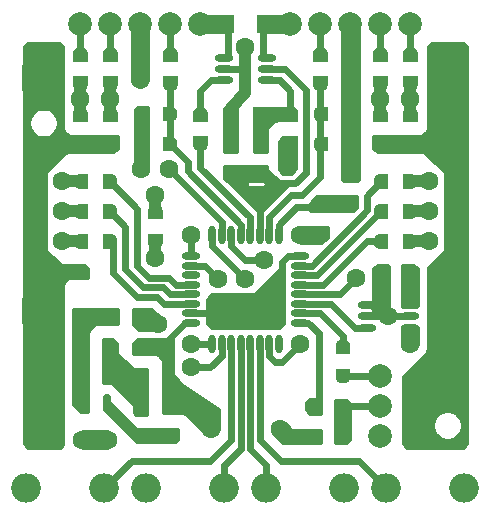
<source format=gbl>
G04 #@! TF.GenerationSoftware,KiCad,Pcbnew,5.0.2-5.0.2*
G04 #@! TF.CreationDate,2019-05-06T09:06:14+02:00*
G04 #@! TF.ProjectId,MiniMeter-B1,4d696e69-4d65-4746-9572-2d42312e6b69,2.1*
G04 #@! TF.SameCoordinates,PX7cbd980PY75aef40*
G04 #@! TF.FileFunction,Copper,L2,Bot*
G04 #@! TF.FilePolarity,Positive*
%FSLAX46Y46*%
G04 Gerber Fmt 4.6, Leading zero omitted, Abs format (unit mm)*
G04 Created by KiCad (PCBNEW 5.0.2-5.0.2) date Mon 06 May 2019 09:06:14 CEST*
%MOMM*%
%LPD*%
G01*
G04 APERTURE LIST*
G04 #@! TA.AperFunction,ComponentPad*
%ADD10C,2.000000*%
G04 #@! TD*
G04 #@! TA.AperFunction,SMDPad,CuDef*
%ADD11O,1.400000X3.000000*%
G04 #@! TD*
G04 #@! TA.AperFunction,SMDPad,CuDef*
%ADD12C,1.200000*%
G04 #@! TD*
G04 #@! TA.AperFunction,Conductor*
%ADD13C,0.150000*%
G04 #@! TD*
G04 #@! TA.AperFunction,SMDPad,CuDef*
%ADD14C,1.600000*%
G04 #@! TD*
G04 #@! TA.AperFunction,ComponentPad*
%ADD15O,2.500000X2.500000*%
G04 #@! TD*
G04 #@! TA.AperFunction,SMDPad,CuDef*
%ADD16O,0.600000X1.600000*%
G04 #@! TD*
G04 #@! TA.AperFunction,SMDPad,CuDef*
%ADD17O,1.600000X0.600000*%
G04 #@! TD*
G04 #@! TA.AperFunction,ViaPad*
%ADD18C,1.600000*%
G04 #@! TD*
G04 #@! TA.AperFunction,Conductor*
%ADD19C,1.000000*%
G04 #@! TD*
G04 #@! TA.AperFunction,Conductor*
%ADD20C,0.600000*%
G04 #@! TD*
G04 #@! TA.AperFunction,Conductor*
%ADD21C,1.600000*%
G04 #@! TD*
G04 #@! TA.AperFunction,Conductor*
%ADD22C,0.400000*%
G04 #@! TD*
G04 APERTURE END LIST*
D10*
G04 #@! TO.P,Z3,3*
G04 #@! TO.N,GND*
X33030000Y6560000D03*
G04 #@! TO.P,Z3,2*
G04 #@! TO.N,Net-(R11-Pad1)*
X33030000Y9100000D03*
G04 #@! TO.P,Z3,1*
G04 #@! TO.N,Net-(R12-Pad2)*
X33030000Y11640000D03*
G04 #@! TD*
D11*
G04 #@! TO.P,LCD1,3*
G04 #@! TO.N,GND*
X3400000Y36900000D03*
X3400000Y17200000D03*
X39800000Y17200000D03*
X39800000Y36900000D03*
G04 #@! TD*
D12*
G04 #@! TO.P,D1,2*
G04 #@! TO.N,GND*
X7630000Y20525000D03*
D13*
G04 #@! TD*
G04 #@! TO.N,GND*
G04 #@! TO.C,D1*
G36*
X7030000Y19925000D02*
X7030000Y20725000D01*
X7030482Y20725482D01*
X7030482Y20744627D01*
X7034329Y20783692D01*
X7041987Y20822192D01*
X7053382Y20859756D01*
X7068404Y20896022D01*
X7086909Y20930641D01*
X7108717Y20963280D01*
X7133620Y20993624D01*
X7161376Y21021380D01*
X7191720Y21046283D01*
X7224359Y21068091D01*
X7258978Y21086596D01*
X7295244Y21101618D01*
X7332808Y21113013D01*
X7371308Y21120671D01*
X7410373Y21124518D01*
X7429518Y21124518D01*
X7430000Y21125000D01*
X7830000Y21125000D01*
X7830482Y21124518D01*
X7849627Y21124518D01*
X7888692Y21120671D01*
X7927192Y21113013D01*
X7964756Y21101618D01*
X8001022Y21086596D01*
X8035641Y21068091D01*
X8068280Y21046283D01*
X8098624Y21021380D01*
X8126380Y20993624D01*
X8151283Y20963280D01*
X8173091Y20930641D01*
X8191596Y20896022D01*
X8206618Y20859756D01*
X8218013Y20822192D01*
X8225671Y20783692D01*
X8229518Y20744627D01*
X8229518Y20725482D01*
X8230000Y20725000D01*
X8230000Y19925000D01*
X7030000Y19925000D01*
X7030000Y19925000D01*
G37*
D12*
G04 #@! TO.P,D1,1*
G04 #@! TO.N,Net-(C1-Pad1)*
X7630000Y16725000D03*
D13*
G04 #@! TD*
G04 #@! TO.N,Net-(C1-Pad1)*
G04 #@! TO.C,D1*
G36*
X8230000Y17325000D02*
X8230000Y16525000D01*
X8229518Y16524518D01*
X8229518Y16505373D01*
X8225671Y16466308D01*
X8218013Y16427808D01*
X8206618Y16390244D01*
X8191596Y16353978D01*
X8173091Y16319359D01*
X8151283Y16286720D01*
X8126380Y16256376D01*
X8098624Y16228620D01*
X8068280Y16203717D01*
X8035641Y16181909D01*
X8001022Y16163404D01*
X7964756Y16148382D01*
X7927192Y16136987D01*
X7888692Y16129329D01*
X7849627Y16125482D01*
X7830482Y16125482D01*
X7830000Y16125000D01*
X7430000Y16125000D01*
X7429518Y16125482D01*
X7410373Y16125482D01*
X7371308Y16129329D01*
X7332808Y16136987D01*
X7295244Y16148382D01*
X7258978Y16163404D01*
X7224359Y16181909D01*
X7191720Y16203717D01*
X7161376Y16228620D01*
X7133620Y16256376D01*
X7108717Y16286720D01*
X7086909Y16319359D01*
X7068404Y16353978D01*
X7053382Y16390244D01*
X7041987Y16427808D01*
X7034329Y16466308D01*
X7030482Y16505373D01*
X7030482Y16524518D01*
X7030000Y16525000D01*
X7030000Y17325000D01*
X8230000Y17325000D01*
X8230000Y17325000D01*
G37*
D14*
G04 #@! TO.P,R1,2*
G04 #@! TO.N,/I-*
X23400000Y41485000D03*
D13*
G04 #@! TD*
G04 #@! TO.N,/I-*
G04 #@! TO.C,R1*
G36*
X22600000Y42285000D02*
X23800000Y42285000D01*
X23800482Y42284518D01*
X23819627Y42284518D01*
X23858692Y42280671D01*
X23897192Y42273013D01*
X23934756Y42261618D01*
X23971022Y42246596D01*
X24005641Y42228091D01*
X24038280Y42206283D01*
X24068624Y42181380D01*
X24096380Y42153624D01*
X24121283Y42123280D01*
X24143091Y42090641D01*
X24161596Y42056022D01*
X24176618Y42019756D01*
X24188013Y41982192D01*
X24195671Y41943692D01*
X24199518Y41904627D01*
X24199518Y41885482D01*
X24200000Y41885000D01*
X24200000Y41085000D01*
X24199518Y41084518D01*
X24199518Y41065373D01*
X24195671Y41026308D01*
X24188013Y40987808D01*
X24176618Y40950244D01*
X24161596Y40913978D01*
X24143091Y40879359D01*
X24121283Y40846720D01*
X24096380Y40816376D01*
X24068624Y40788620D01*
X24038280Y40763717D01*
X24005641Y40741909D01*
X23971022Y40723404D01*
X23934756Y40708382D01*
X23897192Y40696987D01*
X23858692Y40689329D01*
X23819627Y40685482D01*
X23800482Y40685482D01*
X23800000Y40685000D01*
X22600000Y40685000D01*
X22600000Y42285000D01*
X22600000Y42285000D01*
G37*
D14*
G04 #@! TO.P,R1,1*
G04 #@! TO.N,/I+*
X19800000Y41485000D03*
D13*
G04 #@! TD*
G04 #@! TO.N,/I+*
G04 #@! TO.C,R1*
G36*
X20600000Y40685000D02*
X19400000Y40685000D01*
X19399518Y40685482D01*
X19380373Y40685482D01*
X19341308Y40689329D01*
X19302808Y40696987D01*
X19265244Y40708382D01*
X19228978Y40723404D01*
X19194359Y40741909D01*
X19161720Y40763717D01*
X19131376Y40788620D01*
X19103620Y40816376D01*
X19078717Y40846720D01*
X19056909Y40879359D01*
X19038404Y40913978D01*
X19023382Y40950244D01*
X19011987Y40987808D01*
X19004329Y41026308D01*
X19000482Y41065373D01*
X19000482Y41084518D01*
X19000000Y41085000D01*
X19000000Y41885000D01*
X19000482Y41885482D01*
X19000482Y41904627D01*
X19004329Y41943692D01*
X19011987Y41982192D01*
X19023382Y42019756D01*
X19038404Y42056022D01*
X19056909Y42090641D01*
X19078717Y42123280D01*
X19103620Y42153624D01*
X19131376Y42181380D01*
X19161720Y42206283D01*
X19194359Y42228091D01*
X19228978Y42246596D01*
X19265244Y42261618D01*
X19302808Y42273013D01*
X19341308Y42280671D01*
X19380373Y42284518D01*
X19399518Y42284518D01*
X19400000Y42285000D01*
X20600000Y42285000D01*
X20600000Y40685000D01*
X20600000Y40685000D01*
G37*
D12*
G04 #@! TO.P,D12,2*
G04 #@! TO.N,IREF*
X20330000Y28855000D03*
D13*
G04 #@! TD*
G04 #@! TO.N,IREF*
G04 #@! TO.C,D12*
G36*
X20930000Y29455000D02*
X20930000Y28655000D01*
X20929518Y28654518D01*
X20929518Y28635373D01*
X20925671Y28596308D01*
X20918013Y28557808D01*
X20906618Y28520244D01*
X20891596Y28483978D01*
X20873091Y28449359D01*
X20851283Y28416720D01*
X20826380Y28386376D01*
X20798624Y28358620D01*
X20768280Y28333717D01*
X20735641Y28311909D01*
X20701022Y28293404D01*
X20664756Y28278382D01*
X20627192Y28266987D01*
X20588692Y28259329D01*
X20549627Y28255482D01*
X20530482Y28255482D01*
X20530000Y28255000D01*
X20130000Y28255000D01*
X20129518Y28255482D01*
X20110373Y28255482D01*
X20071308Y28259329D01*
X20032808Y28266987D01*
X19995244Y28278382D01*
X19958978Y28293404D01*
X19924359Y28311909D01*
X19891720Y28333717D01*
X19861376Y28358620D01*
X19833620Y28386376D01*
X19808717Y28416720D01*
X19786909Y28449359D01*
X19768404Y28483978D01*
X19753382Y28520244D01*
X19741987Y28557808D01*
X19734329Y28596308D01*
X19730482Y28635373D01*
X19730482Y28654518D01*
X19730000Y28655000D01*
X19730000Y29455000D01*
X20930000Y29455000D01*
X20930000Y29455000D01*
G37*
D12*
G04 #@! TO.P,D12,1*
G04 #@! TO.N,GND*
X20330000Y31255000D03*
D13*
G04 #@! TD*
G04 #@! TO.N,GND*
G04 #@! TO.C,D12*
G36*
X19730000Y30655000D02*
X19730000Y31455000D01*
X19730482Y31455482D01*
X19730482Y31474627D01*
X19734329Y31513692D01*
X19741987Y31552192D01*
X19753382Y31589756D01*
X19768404Y31626022D01*
X19786909Y31660641D01*
X19808717Y31693280D01*
X19833620Y31723624D01*
X19861376Y31751380D01*
X19891720Y31776283D01*
X19924359Y31798091D01*
X19958978Y31816596D01*
X19995244Y31831618D01*
X20032808Y31843013D01*
X20071308Y31850671D01*
X20110373Y31854518D01*
X20129518Y31854518D01*
X20130000Y31855000D01*
X20530000Y31855000D01*
X20530482Y31854518D01*
X20549627Y31854518D01*
X20588692Y31850671D01*
X20627192Y31843013D01*
X20664756Y31831618D01*
X20701022Y31816596D01*
X20735641Y31798091D01*
X20768280Y31776283D01*
X20798624Y31751380D01*
X20826380Y31723624D01*
X20851283Y31693280D01*
X20873091Y31660641D01*
X20891596Y31626022D01*
X20906618Y31589756D01*
X20918013Y31552192D01*
X20925671Y31513692D01*
X20929518Y31474627D01*
X20929518Y31455482D01*
X20930000Y31455000D01*
X20930000Y30655000D01*
X19730000Y30655000D01*
X19730000Y30655000D01*
G37*
D12*
G04 #@! TO.P,D2,2*
G04 #@! TO.N,GND*
X35570000Y31395000D03*
D13*
G04 #@! TD*
G04 #@! TO.N,GND*
G04 #@! TO.C,D2*
G36*
X36170000Y31995000D02*
X36170000Y31195000D01*
X36169518Y31194518D01*
X36169518Y31175373D01*
X36165671Y31136308D01*
X36158013Y31097808D01*
X36146618Y31060244D01*
X36131596Y31023978D01*
X36113091Y30989359D01*
X36091283Y30956720D01*
X36066380Y30926376D01*
X36038624Y30898620D01*
X36008280Y30873717D01*
X35975641Y30851909D01*
X35941022Y30833404D01*
X35904756Y30818382D01*
X35867192Y30806987D01*
X35828692Y30799329D01*
X35789627Y30795482D01*
X35770482Y30795482D01*
X35770000Y30795000D01*
X35370000Y30795000D01*
X35369518Y30795482D01*
X35350373Y30795482D01*
X35311308Y30799329D01*
X35272808Y30806987D01*
X35235244Y30818382D01*
X35198978Y30833404D01*
X35164359Y30851909D01*
X35131720Y30873717D01*
X35101376Y30898620D01*
X35073620Y30926376D01*
X35048717Y30956720D01*
X35026909Y30989359D01*
X35008404Y31023978D01*
X34993382Y31060244D01*
X34981987Y31097808D01*
X34974329Y31136308D01*
X34970482Y31175373D01*
X34970482Y31194518D01*
X34970000Y31195000D01*
X34970000Y31995000D01*
X36170000Y31995000D01*
X36170000Y31995000D01*
G37*
D12*
G04 #@! TO.P,D2,1*
G04 #@! TO.N,RxD*
X35570000Y33795000D03*
D13*
G04 #@! TD*
G04 #@! TO.N,RxD*
G04 #@! TO.C,D2*
G36*
X34970000Y33195000D02*
X34970000Y33995000D01*
X34970482Y33995482D01*
X34970482Y34014627D01*
X34974329Y34053692D01*
X34981987Y34092192D01*
X34993382Y34129756D01*
X35008404Y34166022D01*
X35026909Y34200641D01*
X35048717Y34233280D01*
X35073620Y34263624D01*
X35101376Y34291380D01*
X35131720Y34316283D01*
X35164359Y34338091D01*
X35198978Y34356596D01*
X35235244Y34371618D01*
X35272808Y34383013D01*
X35311308Y34390671D01*
X35350373Y34394518D01*
X35369518Y34394518D01*
X35370000Y34395000D01*
X35770000Y34395000D01*
X35770482Y34394518D01*
X35789627Y34394518D01*
X35828692Y34390671D01*
X35867192Y34383013D01*
X35904756Y34371618D01*
X35941022Y34356596D01*
X35975641Y34338091D01*
X36008280Y34316283D01*
X36038624Y34291380D01*
X36066380Y34263624D01*
X36091283Y34233280D01*
X36113091Y34200641D01*
X36131596Y34166022D01*
X36146618Y34129756D01*
X36158013Y34092192D01*
X36165671Y34053692D01*
X36169518Y34014627D01*
X36169518Y33995482D01*
X36170000Y33995000D01*
X36170000Y33195000D01*
X34970000Y33195000D01*
X34970000Y33195000D01*
G37*
D12*
G04 #@! TO.P,D5,2*
G04 #@! TO.N,GND*
X33030000Y31395000D03*
D13*
G04 #@! TD*
G04 #@! TO.N,GND*
G04 #@! TO.C,D5*
G36*
X33630000Y31995000D02*
X33630000Y31195000D01*
X33629518Y31194518D01*
X33629518Y31175373D01*
X33625671Y31136308D01*
X33618013Y31097808D01*
X33606618Y31060244D01*
X33591596Y31023978D01*
X33573091Y30989359D01*
X33551283Y30956720D01*
X33526380Y30926376D01*
X33498624Y30898620D01*
X33468280Y30873717D01*
X33435641Y30851909D01*
X33401022Y30833404D01*
X33364756Y30818382D01*
X33327192Y30806987D01*
X33288692Y30799329D01*
X33249627Y30795482D01*
X33230482Y30795482D01*
X33230000Y30795000D01*
X32830000Y30795000D01*
X32829518Y30795482D01*
X32810373Y30795482D01*
X32771308Y30799329D01*
X32732808Y30806987D01*
X32695244Y30818382D01*
X32658978Y30833404D01*
X32624359Y30851909D01*
X32591720Y30873717D01*
X32561376Y30898620D01*
X32533620Y30926376D01*
X32508717Y30956720D01*
X32486909Y30989359D01*
X32468404Y31023978D01*
X32453382Y31060244D01*
X32441987Y31097808D01*
X32434329Y31136308D01*
X32430482Y31175373D01*
X32430482Y31194518D01*
X32430000Y31195000D01*
X32430000Y31995000D01*
X33630000Y31995000D01*
X33630000Y31995000D01*
G37*
D12*
G04 #@! TO.P,D5,1*
G04 #@! TO.N,TxD*
X33030000Y33795000D03*
D13*
G04 #@! TD*
G04 #@! TO.N,TxD*
G04 #@! TO.C,D5*
G36*
X32430000Y33195000D02*
X32430000Y33995000D01*
X32430482Y33995482D01*
X32430482Y34014627D01*
X32434329Y34053692D01*
X32441987Y34092192D01*
X32453382Y34129756D01*
X32468404Y34166022D01*
X32486909Y34200641D01*
X32508717Y34233280D01*
X32533620Y34263624D01*
X32561376Y34291380D01*
X32591720Y34316283D01*
X32624359Y34338091D01*
X32658978Y34356596D01*
X32695244Y34371618D01*
X32732808Y34383013D01*
X32771308Y34390671D01*
X32810373Y34394518D01*
X32829518Y34394518D01*
X32830000Y34395000D01*
X33230000Y34395000D01*
X33230482Y34394518D01*
X33249627Y34394518D01*
X33288692Y34390671D01*
X33327192Y34383013D01*
X33364756Y34371618D01*
X33401022Y34356596D01*
X33435641Y34338091D01*
X33468280Y34316283D01*
X33498624Y34291380D01*
X33526380Y34263624D01*
X33551283Y34233280D01*
X33573091Y34200641D01*
X33591596Y34166022D01*
X33606618Y34129756D01*
X33618013Y34092192D01*
X33625671Y34053692D01*
X33629518Y34014627D01*
X33629518Y33995482D01*
X33630000Y33995000D01*
X33630000Y33195000D01*
X32430000Y33195000D01*
X32430000Y33195000D01*
G37*
D12*
G04 #@! TO.P,D3,2*
G04 #@! TO.N,GND*
X10170000Y31395000D03*
D13*
G04 #@! TD*
G04 #@! TO.N,GND*
G04 #@! TO.C,D3*
G36*
X10770000Y31995000D02*
X10770000Y31195000D01*
X10769518Y31194518D01*
X10769518Y31175373D01*
X10765671Y31136308D01*
X10758013Y31097808D01*
X10746618Y31060244D01*
X10731596Y31023978D01*
X10713091Y30989359D01*
X10691283Y30956720D01*
X10666380Y30926376D01*
X10638624Y30898620D01*
X10608280Y30873717D01*
X10575641Y30851909D01*
X10541022Y30833404D01*
X10504756Y30818382D01*
X10467192Y30806987D01*
X10428692Y30799329D01*
X10389627Y30795482D01*
X10370482Y30795482D01*
X10370000Y30795000D01*
X9970000Y30795000D01*
X9969518Y30795482D01*
X9950373Y30795482D01*
X9911308Y30799329D01*
X9872808Y30806987D01*
X9835244Y30818382D01*
X9798978Y30833404D01*
X9764359Y30851909D01*
X9731720Y30873717D01*
X9701376Y30898620D01*
X9673620Y30926376D01*
X9648717Y30956720D01*
X9626909Y30989359D01*
X9608404Y31023978D01*
X9593382Y31060244D01*
X9581987Y31097808D01*
X9574329Y31136308D01*
X9570482Y31175373D01*
X9570482Y31194518D01*
X9570000Y31195000D01*
X9570000Y31995000D01*
X10770000Y31995000D01*
X10770000Y31995000D01*
G37*
D12*
G04 #@! TO.P,D3,1*
G04 #@! TO.N,SDA*
X10170000Y33795000D03*
D13*
G04 #@! TD*
G04 #@! TO.N,SDA*
G04 #@! TO.C,D3*
G36*
X9570000Y33195000D02*
X9570000Y33995000D01*
X9570482Y33995482D01*
X9570482Y34014627D01*
X9574329Y34053692D01*
X9581987Y34092192D01*
X9593382Y34129756D01*
X9608404Y34166022D01*
X9626909Y34200641D01*
X9648717Y34233280D01*
X9673620Y34263624D01*
X9701376Y34291380D01*
X9731720Y34316283D01*
X9764359Y34338091D01*
X9798978Y34356596D01*
X9835244Y34371618D01*
X9872808Y34383013D01*
X9911308Y34390671D01*
X9950373Y34394518D01*
X9969518Y34394518D01*
X9970000Y34395000D01*
X10370000Y34395000D01*
X10370482Y34394518D01*
X10389627Y34394518D01*
X10428692Y34390671D01*
X10467192Y34383013D01*
X10504756Y34371618D01*
X10541022Y34356596D01*
X10575641Y34338091D01*
X10608280Y34316283D01*
X10638624Y34291380D01*
X10666380Y34263624D01*
X10691283Y34233280D01*
X10713091Y34200641D01*
X10731596Y34166022D01*
X10746618Y34129756D01*
X10758013Y34092192D01*
X10765671Y34053692D01*
X10769518Y34014627D01*
X10769518Y33995482D01*
X10770000Y33995000D01*
X10770000Y33195000D01*
X9570000Y33195000D01*
X9570000Y33195000D01*
G37*
D12*
G04 #@! TO.P,D4,2*
G04 #@! TO.N,GND*
X7630000Y31395000D03*
D13*
G04 #@! TD*
G04 #@! TO.N,GND*
G04 #@! TO.C,D4*
G36*
X8230000Y31995000D02*
X8230000Y31195000D01*
X8229518Y31194518D01*
X8229518Y31175373D01*
X8225671Y31136308D01*
X8218013Y31097808D01*
X8206618Y31060244D01*
X8191596Y31023978D01*
X8173091Y30989359D01*
X8151283Y30956720D01*
X8126380Y30926376D01*
X8098624Y30898620D01*
X8068280Y30873717D01*
X8035641Y30851909D01*
X8001022Y30833404D01*
X7964756Y30818382D01*
X7927192Y30806987D01*
X7888692Y30799329D01*
X7849627Y30795482D01*
X7830482Y30795482D01*
X7830000Y30795000D01*
X7430000Y30795000D01*
X7429518Y30795482D01*
X7410373Y30795482D01*
X7371308Y30799329D01*
X7332808Y30806987D01*
X7295244Y30818382D01*
X7258978Y30833404D01*
X7224359Y30851909D01*
X7191720Y30873717D01*
X7161376Y30898620D01*
X7133620Y30926376D01*
X7108717Y30956720D01*
X7086909Y30989359D01*
X7068404Y31023978D01*
X7053382Y31060244D01*
X7041987Y31097808D01*
X7034329Y31136308D01*
X7030482Y31175373D01*
X7030482Y31194518D01*
X7030000Y31195000D01*
X7030000Y31995000D01*
X8230000Y31995000D01*
X8230000Y31995000D01*
G37*
D12*
G04 #@! TO.P,D4,1*
G04 #@! TO.N,SCL*
X7630000Y33795000D03*
D13*
G04 #@! TD*
G04 #@! TO.N,SCL*
G04 #@! TO.C,D4*
G36*
X7030000Y33195000D02*
X7030000Y33995000D01*
X7030482Y33995482D01*
X7030482Y34014627D01*
X7034329Y34053692D01*
X7041987Y34092192D01*
X7053382Y34129756D01*
X7068404Y34166022D01*
X7086909Y34200641D01*
X7108717Y34233280D01*
X7133620Y34263624D01*
X7161376Y34291380D01*
X7191720Y34316283D01*
X7224359Y34338091D01*
X7258978Y34356596D01*
X7295244Y34371618D01*
X7332808Y34383013D01*
X7371308Y34390671D01*
X7410373Y34394518D01*
X7429518Y34394518D01*
X7430000Y34395000D01*
X7830000Y34395000D01*
X7830482Y34394518D01*
X7849627Y34394518D01*
X7888692Y34390671D01*
X7927192Y34383013D01*
X7964756Y34371618D01*
X8001022Y34356596D01*
X8035641Y34338091D01*
X8068280Y34316283D01*
X8098624Y34291380D01*
X8126380Y34263624D01*
X8151283Y34233280D01*
X8173091Y34200641D01*
X8191596Y34166022D01*
X8206618Y34129756D01*
X8218013Y34092192D01*
X8225671Y34053692D01*
X8229518Y34014627D01*
X8229518Y33995482D01*
X8230000Y33995000D01*
X8230000Y33195000D01*
X7030000Y33195000D01*
X7030000Y33195000D01*
G37*
D12*
G04 #@! TO.P,C7,2*
G04 #@! TO.N,GND*
X12710000Y11710000D03*
D13*
G04 #@! TD*
G04 #@! TO.N,GND*
G04 #@! TO.C,C7*
G36*
X13310000Y12310000D02*
X13310000Y11510000D01*
X13309518Y11509518D01*
X13309518Y11490373D01*
X13305671Y11451308D01*
X13298013Y11412808D01*
X13286618Y11375244D01*
X13271596Y11338978D01*
X13253091Y11304359D01*
X13231283Y11271720D01*
X13206380Y11241376D01*
X13178624Y11213620D01*
X13148280Y11188717D01*
X13115641Y11166909D01*
X13081022Y11148404D01*
X13044756Y11133382D01*
X13007192Y11121987D01*
X12968692Y11114329D01*
X12929627Y11110482D01*
X12910482Y11110482D01*
X12910000Y11110000D01*
X12510000Y11110000D01*
X12509518Y11110482D01*
X12490373Y11110482D01*
X12451308Y11114329D01*
X12412808Y11121987D01*
X12375244Y11133382D01*
X12338978Y11148404D01*
X12304359Y11166909D01*
X12271720Y11188717D01*
X12241376Y11213620D01*
X12213620Y11241376D01*
X12188717Y11271720D01*
X12166909Y11304359D01*
X12148404Y11338978D01*
X12133382Y11375244D01*
X12121987Y11412808D01*
X12114329Y11451308D01*
X12110482Y11490373D01*
X12110482Y11509518D01*
X12110000Y11510000D01*
X12110000Y12310000D01*
X13310000Y12310000D01*
X13310000Y12310000D01*
G37*
D12*
G04 #@! TO.P,C7,1*
G04 #@! TO.N,VCC*
X12710000Y14110000D03*
D13*
G04 #@! TD*
G04 #@! TO.N,VCC*
G04 #@! TO.C,C7*
G36*
X12110000Y13510000D02*
X12110000Y14310000D01*
X12110482Y14310482D01*
X12110482Y14329627D01*
X12114329Y14368692D01*
X12121987Y14407192D01*
X12133382Y14444756D01*
X12148404Y14481022D01*
X12166909Y14515641D01*
X12188717Y14548280D01*
X12213620Y14578624D01*
X12241376Y14606380D01*
X12271720Y14631283D01*
X12304359Y14653091D01*
X12338978Y14671596D01*
X12375244Y14686618D01*
X12412808Y14698013D01*
X12451308Y14705671D01*
X12490373Y14709518D01*
X12509518Y14709518D01*
X12510000Y14710000D01*
X12910000Y14710000D01*
X12910482Y14709518D01*
X12929627Y14709518D01*
X12968692Y14705671D01*
X13007192Y14698013D01*
X13044756Y14686618D01*
X13081022Y14671596D01*
X13115641Y14653091D01*
X13148280Y14631283D01*
X13178624Y14606380D01*
X13206380Y14578624D01*
X13231283Y14548280D01*
X13253091Y14515641D01*
X13271596Y14481022D01*
X13286618Y14444756D01*
X13298013Y14407192D01*
X13305671Y14368692D01*
X13309518Y14329627D01*
X13309518Y14310482D01*
X13310000Y14310000D01*
X13310000Y13510000D01*
X12110000Y13510000D01*
X12110000Y13510000D01*
G37*
D12*
G04 #@! TO.P,C3,2*
G04 #@! TO.N,GND*
X12710000Y9030000D03*
D13*
G04 #@! TD*
G04 #@! TO.N,GND*
G04 #@! TO.C,C3*
G36*
X12110000Y8430000D02*
X12110000Y9230000D01*
X12110482Y9230482D01*
X12110482Y9249627D01*
X12114329Y9288692D01*
X12121987Y9327192D01*
X12133382Y9364756D01*
X12148404Y9401022D01*
X12166909Y9435641D01*
X12188717Y9468280D01*
X12213620Y9498624D01*
X12241376Y9526380D01*
X12271720Y9551283D01*
X12304359Y9573091D01*
X12338978Y9591596D01*
X12375244Y9606618D01*
X12412808Y9618013D01*
X12451308Y9625671D01*
X12490373Y9629518D01*
X12509518Y9629518D01*
X12510000Y9630000D01*
X12910000Y9630000D01*
X12910482Y9629518D01*
X12929627Y9629518D01*
X12968692Y9625671D01*
X13007192Y9618013D01*
X13044756Y9606618D01*
X13081022Y9591596D01*
X13115641Y9573091D01*
X13148280Y9551283D01*
X13178624Y9526380D01*
X13206380Y9498624D01*
X13231283Y9468280D01*
X13253091Y9435641D01*
X13271596Y9401022D01*
X13286618Y9364756D01*
X13298013Y9327192D01*
X13305671Y9288692D01*
X13309518Y9249627D01*
X13309518Y9230482D01*
X13310000Y9230000D01*
X13310000Y8430000D01*
X12110000Y8430000D01*
X12110000Y8430000D01*
G37*
D12*
G04 #@! TO.P,C3,1*
G04 #@! TO.N,Net-(C3-Pad1)*
X12710000Y6630000D03*
D13*
G04 #@! TD*
G04 #@! TO.N,Net-(C3-Pad1)*
G04 #@! TO.C,C3*
G36*
X13310000Y7230000D02*
X13310000Y6430000D01*
X13309518Y6429518D01*
X13309518Y6410373D01*
X13305671Y6371308D01*
X13298013Y6332808D01*
X13286618Y6295244D01*
X13271596Y6258978D01*
X13253091Y6224359D01*
X13231283Y6191720D01*
X13206380Y6161376D01*
X13178624Y6133620D01*
X13148280Y6108717D01*
X13115641Y6086909D01*
X13081022Y6068404D01*
X13044756Y6053382D01*
X13007192Y6041987D01*
X12968692Y6034329D01*
X12929627Y6030482D01*
X12910482Y6030482D01*
X12910000Y6030000D01*
X12510000Y6030000D01*
X12509518Y6030482D01*
X12490373Y6030482D01*
X12451308Y6034329D01*
X12412808Y6041987D01*
X12375244Y6053382D01*
X12338978Y6068404D01*
X12304359Y6086909D01*
X12271720Y6108717D01*
X12241376Y6133620D01*
X12213620Y6161376D01*
X12188717Y6191720D01*
X12166909Y6224359D01*
X12148404Y6258978D01*
X12133382Y6295244D01*
X12121987Y6332808D01*
X12114329Y6371308D01*
X12110482Y6410373D01*
X12110482Y6429518D01*
X12110000Y6430000D01*
X12110000Y7230000D01*
X13310000Y7230000D01*
X13310000Y7230000D01*
G37*
D12*
G04 #@! TO.P,C2,2*
G04 #@! TO.N,GND*
X10100000Y14180000D03*
D13*
G04 #@! TD*
G04 #@! TO.N,GND*
G04 #@! TO.C,C2*
G36*
X9500000Y14780000D02*
X10300000Y14780000D01*
X10300482Y14779518D01*
X10319627Y14779518D01*
X10358692Y14775671D01*
X10397192Y14768013D01*
X10434756Y14756618D01*
X10471022Y14741596D01*
X10505641Y14723091D01*
X10538280Y14701283D01*
X10568624Y14676380D01*
X10596380Y14648624D01*
X10621283Y14618280D01*
X10643091Y14585641D01*
X10661596Y14551022D01*
X10676618Y14514756D01*
X10688013Y14477192D01*
X10695671Y14438692D01*
X10699518Y14399627D01*
X10699518Y14380482D01*
X10700000Y14380000D01*
X10700000Y13980000D01*
X10699518Y13979518D01*
X10699518Y13960373D01*
X10695671Y13921308D01*
X10688013Y13882808D01*
X10676618Y13845244D01*
X10661596Y13808978D01*
X10643091Y13774359D01*
X10621283Y13741720D01*
X10596380Y13711376D01*
X10568624Y13683620D01*
X10538280Y13658717D01*
X10505641Y13636909D01*
X10471022Y13618404D01*
X10434756Y13603382D01*
X10397192Y13591987D01*
X10358692Y13584329D01*
X10319627Y13580482D01*
X10300482Y13580482D01*
X10300000Y13580000D01*
X9500000Y13580000D01*
X9500000Y14780000D01*
X9500000Y14780000D01*
G37*
D12*
G04 #@! TO.P,C2,1*
G04 #@! TO.N,Net-(C1-Pad1)*
X7700000Y14180000D03*
D13*
G04 #@! TD*
G04 #@! TO.N,Net-(C1-Pad1)*
G04 #@! TO.C,C2*
G36*
X8300000Y13580000D02*
X7500000Y13580000D01*
X7499518Y13580482D01*
X7480373Y13580482D01*
X7441308Y13584329D01*
X7402808Y13591987D01*
X7365244Y13603382D01*
X7328978Y13618404D01*
X7294359Y13636909D01*
X7261720Y13658717D01*
X7231376Y13683620D01*
X7203620Y13711376D01*
X7178717Y13741720D01*
X7156909Y13774359D01*
X7138404Y13808978D01*
X7123382Y13845244D01*
X7111987Y13882808D01*
X7104329Y13921308D01*
X7100482Y13960373D01*
X7100482Y13979518D01*
X7100000Y13980000D01*
X7100000Y14380000D01*
X7100482Y14380482D01*
X7100482Y14399627D01*
X7104329Y14438692D01*
X7111987Y14477192D01*
X7123382Y14514756D01*
X7138404Y14551022D01*
X7156909Y14585641D01*
X7178717Y14618280D01*
X7203620Y14648624D01*
X7231376Y14676380D01*
X7261720Y14701283D01*
X7294359Y14723091D01*
X7328978Y14741596D01*
X7365244Y14756618D01*
X7402808Y14768013D01*
X7441308Y14775671D01*
X7480373Y14779518D01*
X7499518Y14779518D01*
X7500000Y14780000D01*
X8300000Y14780000D01*
X8300000Y13580000D01*
X8300000Y13580000D01*
G37*
D12*
G04 #@! TO.P,C1,2*
G04 #@! TO.N,GND*
X10100000Y11640000D03*
D13*
G04 #@! TD*
G04 #@! TO.N,GND*
G04 #@! TO.C,C1*
G36*
X9500000Y12240000D02*
X10300000Y12240000D01*
X10300482Y12239518D01*
X10319627Y12239518D01*
X10358692Y12235671D01*
X10397192Y12228013D01*
X10434756Y12216618D01*
X10471022Y12201596D01*
X10505641Y12183091D01*
X10538280Y12161283D01*
X10568624Y12136380D01*
X10596380Y12108624D01*
X10621283Y12078280D01*
X10643091Y12045641D01*
X10661596Y12011022D01*
X10676618Y11974756D01*
X10688013Y11937192D01*
X10695671Y11898692D01*
X10699518Y11859627D01*
X10699518Y11840482D01*
X10700000Y11840000D01*
X10700000Y11440000D01*
X10699518Y11439518D01*
X10699518Y11420373D01*
X10695671Y11381308D01*
X10688013Y11342808D01*
X10676618Y11305244D01*
X10661596Y11268978D01*
X10643091Y11234359D01*
X10621283Y11201720D01*
X10596380Y11171376D01*
X10568624Y11143620D01*
X10538280Y11118717D01*
X10505641Y11096909D01*
X10471022Y11078404D01*
X10434756Y11063382D01*
X10397192Y11051987D01*
X10358692Y11044329D01*
X10319627Y11040482D01*
X10300482Y11040482D01*
X10300000Y11040000D01*
X9500000Y11040000D01*
X9500000Y12240000D01*
X9500000Y12240000D01*
G37*
D12*
G04 #@! TO.P,C1,1*
G04 #@! TO.N,Net-(C1-Pad1)*
X7700000Y11640000D03*
D13*
G04 #@! TD*
G04 #@! TO.N,Net-(C1-Pad1)*
G04 #@! TO.C,C1*
G36*
X8300000Y11040000D02*
X7500000Y11040000D01*
X7499518Y11040482D01*
X7480373Y11040482D01*
X7441308Y11044329D01*
X7402808Y11051987D01*
X7365244Y11063382D01*
X7328978Y11078404D01*
X7294359Y11096909D01*
X7261720Y11118717D01*
X7231376Y11143620D01*
X7203620Y11171376D01*
X7178717Y11201720D01*
X7156909Y11234359D01*
X7138404Y11268978D01*
X7123382Y11305244D01*
X7111987Y11342808D01*
X7104329Y11381308D01*
X7100482Y11420373D01*
X7100482Y11439518D01*
X7100000Y11440000D01*
X7100000Y11840000D01*
X7100482Y11840482D01*
X7100482Y11859627D01*
X7104329Y11898692D01*
X7111987Y11937192D01*
X7123382Y11974756D01*
X7138404Y12011022D01*
X7156909Y12045641D01*
X7178717Y12078280D01*
X7203620Y12108624D01*
X7231376Y12136380D01*
X7261720Y12161283D01*
X7294359Y12183091D01*
X7328978Y12201596D01*
X7365244Y12216618D01*
X7402808Y12228013D01*
X7441308Y12235671D01*
X7480373Y12239518D01*
X7499518Y12239518D01*
X7500000Y12240000D01*
X8300000Y12240000D01*
X8300000Y11040000D01*
X8300000Y11040000D01*
G37*
D12*
G04 #@! TO.P,F1,2*
G04 #@! TO.N,Net-(C1-Pad1)*
X10240000Y16720000D03*
D13*
G04 #@! TD*
G04 #@! TO.N,Net-(C1-Pad1)*
G04 #@! TO.C,F1*
G36*
X10840000Y16120000D02*
X10040000Y16120000D01*
X10039518Y16120482D01*
X10020373Y16120482D01*
X9981308Y16124329D01*
X9942808Y16131987D01*
X9905244Y16143382D01*
X9868978Y16158404D01*
X9834359Y16176909D01*
X9801720Y16198717D01*
X9771376Y16223620D01*
X9743620Y16251376D01*
X9718717Y16281720D01*
X9696909Y16314359D01*
X9678404Y16348978D01*
X9663382Y16385244D01*
X9651987Y16422808D01*
X9644329Y16461308D01*
X9640482Y16500373D01*
X9640482Y16519518D01*
X9640000Y16520000D01*
X9640000Y16920000D01*
X9640482Y16920482D01*
X9640482Y16939627D01*
X9644329Y16978692D01*
X9651987Y17017192D01*
X9663382Y17054756D01*
X9678404Y17091022D01*
X9696909Y17125641D01*
X9718717Y17158280D01*
X9743620Y17188624D01*
X9771376Y17216380D01*
X9801720Y17241283D01*
X9834359Y17263091D01*
X9868978Y17281596D01*
X9905244Y17296618D01*
X9942808Y17308013D01*
X9981308Y17315671D01*
X10020373Y17319518D01*
X10039518Y17319518D01*
X10040000Y17320000D01*
X10840000Y17320000D01*
X10840000Y16120000D01*
X10840000Y16120000D01*
G37*
D12*
G04 #@! TO.P,F1,1*
G04 #@! TO.N,VIN*
X12640000Y16720000D03*
D13*
G04 #@! TD*
G04 #@! TO.N,VIN*
G04 #@! TO.C,F1*
G36*
X12040000Y17320000D02*
X12840000Y17320000D01*
X12840482Y17319518D01*
X12859627Y17319518D01*
X12898692Y17315671D01*
X12937192Y17308013D01*
X12974756Y17296618D01*
X13011022Y17281596D01*
X13045641Y17263091D01*
X13078280Y17241283D01*
X13108624Y17216380D01*
X13136380Y17188624D01*
X13161283Y17158280D01*
X13183091Y17125641D01*
X13201596Y17091022D01*
X13216618Y17054756D01*
X13228013Y17017192D01*
X13235671Y16978692D01*
X13239518Y16939627D01*
X13239518Y16920482D01*
X13240000Y16920000D01*
X13240000Y16520000D01*
X13239518Y16519518D01*
X13239518Y16500373D01*
X13235671Y16461308D01*
X13228013Y16422808D01*
X13216618Y16385244D01*
X13201596Y16348978D01*
X13183091Y16314359D01*
X13161283Y16281720D01*
X13136380Y16251376D01*
X13108624Y16223620D01*
X13078280Y16198717D01*
X13045641Y16176909D01*
X13011022Y16158404D01*
X12974756Y16143382D01*
X12937192Y16131987D01*
X12898692Y16124329D01*
X12859627Y16120482D01*
X12840482Y16120482D01*
X12840000Y16120000D01*
X12040000Y16120000D01*
X12040000Y17320000D01*
X12040000Y17320000D01*
G37*
D12*
G04 #@! TO.P,FB1,2*
G04 #@! TO.N,VCC*
X15250000Y9030000D03*
D13*
G04 #@! TD*
G04 #@! TO.N,VCC*
G04 #@! TO.C,FB1*
G36*
X14650000Y8430000D02*
X14650000Y9230000D01*
X14650482Y9230482D01*
X14650482Y9249627D01*
X14654329Y9288692D01*
X14661987Y9327192D01*
X14673382Y9364756D01*
X14688404Y9401022D01*
X14706909Y9435641D01*
X14728717Y9468280D01*
X14753620Y9498624D01*
X14781376Y9526380D01*
X14811720Y9551283D01*
X14844359Y9573091D01*
X14878978Y9591596D01*
X14915244Y9606618D01*
X14952808Y9618013D01*
X14991308Y9625671D01*
X15030373Y9629518D01*
X15049518Y9629518D01*
X15050000Y9630000D01*
X15450000Y9630000D01*
X15450482Y9629518D01*
X15469627Y9629518D01*
X15508692Y9625671D01*
X15547192Y9618013D01*
X15584756Y9606618D01*
X15621022Y9591596D01*
X15655641Y9573091D01*
X15688280Y9551283D01*
X15718624Y9526380D01*
X15746380Y9498624D01*
X15771283Y9468280D01*
X15793091Y9435641D01*
X15811596Y9401022D01*
X15826618Y9364756D01*
X15838013Y9327192D01*
X15845671Y9288692D01*
X15849518Y9249627D01*
X15849518Y9230482D01*
X15850000Y9230000D01*
X15850000Y8430000D01*
X14650000Y8430000D01*
X14650000Y8430000D01*
G37*
D12*
G04 #@! TO.P,FB1,1*
G04 #@! TO.N,Net-(C3-Pad1)*
X15250000Y6630000D03*
D13*
G04 #@! TD*
G04 #@! TO.N,Net-(C3-Pad1)*
G04 #@! TO.C,FB1*
G36*
X15850000Y7230000D02*
X15850000Y6430000D01*
X15849518Y6429518D01*
X15849518Y6410373D01*
X15845671Y6371308D01*
X15838013Y6332808D01*
X15826618Y6295244D01*
X15811596Y6258978D01*
X15793091Y6224359D01*
X15771283Y6191720D01*
X15746380Y6161376D01*
X15718624Y6133620D01*
X15688280Y6108717D01*
X15655641Y6086909D01*
X15621022Y6068404D01*
X15584756Y6053382D01*
X15547192Y6041987D01*
X15508692Y6034329D01*
X15469627Y6030482D01*
X15450482Y6030482D01*
X15450000Y6030000D01*
X15050000Y6030000D01*
X15049518Y6030482D01*
X15030373Y6030482D01*
X14991308Y6034329D01*
X14952808Y6041987D01*
X14915244Y6053382D01*
X14878978Y6068404D01*
X14844359Y6086909D01*
X14811720Y6108717D01*
X14781376Y6133620D01*
X14753620Y6161376D01*
X14728717Y6191720D01*
X14706909Y6224359D01*
X14688404Y6258978D01*
X14673382Y6295244D01*
X14661987Y6332808D01*
X14654329Y6371308D01*
X14650482Y6410373D01*
X14650482Y6429518D01*
X14650000Y6430000D01*
X14650000Y7230000D01*
X15850000Y7230000D01*
X15850000Y7230000D01*
G37*
D12*
G04 #@! TO.P,C9,2*
G04 #@! TO.N,GND*
X33100000Y20530000D03*
D13*
G04 #@! TD*
G04 #@! TO.N,GND*
G04 #@! TO.C,C9*
G36*
X33700000Y19930000D02*
X32900000Y19930000D01*
X32899518Y19930482D01*
X32880373Y19930482D01*
X32841308Y19934329D01*
X32802808Y19941987D01*
X32765244Y19953382D01*
X32728978Y19968404D01*
X32694359Y19986909D01*
X32661720Y20008717D01*
X32631376Y20033620D01*
X32603620Y20061376D01*
X32578717Y20091720D01*
X32556909Y20124359D01*
X32538404Y20158978D01*
X32523382Y20195244D01*
X32511987Y20232808D01*
X32504329Y20271308D01*
X32500482Y20310373D01*
X32500482Y20329518D01*
X32500000Y20330000D01*
X32500000Y20730000D01*
X32500482Y20730482D01*
X32500482Y20749627D01*
X32504329Y20788692D01*
X32511987Y20827192D01*
X32523382Y20864756D01*
X32538404Y20901022D01*
X32556909Y20935641D01*
X32578717Y20968280D01*
X32603620Y20998624D01*
X32631376Y21026380D01*
X32661720Y21051283D01*
X32694359Y21073091D01*
X32728978Y21091596D01*
X32765244Y21106618D01*
X32802808Y21118013D01*
X32841308Y21125671D01*
X32880373Y21129518D01*
X32899518Y21129518D01*
X32900000Y21130000D01*
X33700000Y21130000D01*
X33700000Y19930000D01*
X33700000Y19930000D01*
G37*
D12*
G04 #@! TO.P,C9,1*
G04 #@! TO.N,VCC*
X35500000Y20530000D03*
D13*
G04 #@! TD*
G04 #@! TO.N,VCC*
G04 #@! TO.C,C9*
G36*
X34900000Y21130000D02*
X35700000Y21130000D01*
X35700482Y21129518D01*
X35719627Y21129518D01*
X35758692Y21125671D01*
X35797192Y21118013D01*
X35834756Y21106618D01*
X35871022Y21091596D01*
X35905641Y21073091D01*
X35938280Y21051283D01*
X35968624Y21026380D01*
X35996380Y20998624D01*
X36021283Y20968280D01*
X36043091Y20935641D01*
X36061596Y20901022D01*
X36076618Y20864756D01*
X36088013Y20827192D01*
X36095671Y20788692D01*
X36099518Y20749627D01*
X36099518Y20730482D01*
X36100000Y20730000D01*
X36100000Y20330000D01*
X36099518Y20329518D01*
X36099518Y20310373D01*
X36095671Y20271308D01*
X36088013Y20232808D01*
X36076618Y20195244D01*
X36061596Y20158978D01*
X36043091Y20124359D01*
X36021283Y20091720D01*
X35996380Y20061376D01*
X35968624Y20033620D01*
X35938280Y20008717D01*
X35905641Y19986909D01*
X35871022Y19968404D01*
X35834756Y19953382D01*
X35797192Y19941987D01*
X35758692Y19934329D01*
X35719627Y19930482D01*
X35700482Y19930482D01*
X35700000Y19930000D01*
X34900000Y19930000D01*
X34900000Y21130000D01*
X34900000Y21130000D01*
G37*
D12*
G04 #@! TO.P,R11,2*
G04 #@! TO.N,VCC*
X27385000Y6560000D03*
D13*
G04 #@! TD*
G04 #@! TO.N,VCC*
G04 #@! TO.C,R11*
G36*
X27985000Y5960000D02*
X27185000Y5960000D01*
X27184518Y5960482D01*
X27165373Y5960482D01*
X27126308Y5964329D01*
X27087808Y5971987D01*
X27050244Y5983382D01*
X27013978Y5998404D01*
X26979359Y6016909D01*
X26946720Y6038717D01*
X26916376Y6063620D01*
X26888620Y6091376D01*
X26863717Y6121720D01*
X26841909Y6154359D01*
X26823404Y6188978D01*
X26808382Y6225244D01*
X26796987Y6262808D01*
X26789329Y6301308D01*
X26785482Y6340373D01*
X26785482Y6359518D01*
X26785000Y6360000D01*
X26785000Y6760000D01*
X26785482Y6760482D01*
X26785482Y6779627D01*
X26789329Y6818692D01*
X26796987Y6857192D01*
X26808382Y6894756D01*
X26823404Y6931022D01*
X26841909Y6965641D01*
X26863717Y6998280D01*
X26888620Y7028624D01*
X26916376Y7056380D01*
X26946720Y7081283D01*
X26979359Y7103091D01*
X27013978Y7121596D01*
X27050244Y7136618D01*
X27087808Y7148013D01*
X27126308Y7155671D01*
X27165373Y7159518D01*
X27184518Y7159518D01*
X27185000Y7160000D01*
X27985000Y7160000D01*
X27985000Y5960000D01*
X27985000Y5960000D01*
G37*
D12*
G04 #@! TO.P,R11,1*
G04 #@! TO.N,Net-(R11-Pad1)*
X29785000Y6560000D03*
D13*
G04 #@! TD*
G04 #@! TO.N,Net-(R11-Pad1)*
G04 #@! TO.C,R11*
G36*
X29185000Y7160000D02*
X29985000Y7160000D01*
X29985482Y7159518D01*
X30004627Y7159518D01*
X30043692Y7155671D01*
X30082192Y7148013D01*
X30119756Y7136618D01*
X30156022Y7121596D01*
X30190641Y7103091D01*
X30223280Y7081283D01*
X30253624Y7056380D01*
X30281380Y7028624D01*
X30306283Y6998280D01*
X30328091Y6965641D01*
X30346596Y6931022D01*
X30361618Y6894756D01*
X30373013Y6857192D01*
X30380671Y6818692D01*
X30384518Y6779627D01*
X30384518Y6760482D01*
X30385000Y6760000D01*
X30385000Y6360000D01*
X30384518Y6359518D01*
X30384518Y6340373D01*
X30380671Y6301308D01*
X30373013Y6262808D01*
X30361618Y6225244D01*
X30346596Y6188978D01*
X30328091Y6154359D01*
X30306283Y6121720D01*
X30281380Y6091376D01*
X30253624Y6063620D01*
X30223280Y6038717D01*
X30190641Y6016909D01*
X30156022Y5998404D01*
X30119756Y5983382D01*
X30082192Y5971987D01*
X30043692Y5964329D01*
X30004627Y5960482D01*
X29985482Y5960482D01*
X29985000Y5960000D01*
X29185000Y5960000D01*
X29185000Y7160000D01*
X29185000Y7160000D01*
G37*
D12*
G04 #@! TO.P,R13,2*
G04 #@! TO.N,/PDI_CLK*
X27385000Y9100000D03*
D13*
G04 #@! TD*
G04 #@! TO.N,/PDI_CLK*
G04 #@! TO.C,R13*
G36*
X27985000Y8500000D02*
X27185000Y8500000D01*
X27184518Y8500482D01*
X27165373Y8500482D01*
X27126308Y8504329D01*
X27087808Y8511987D01*
X27050244Y8523382D01*
X27013978Y8538404D01*
X26979359Y8556909D01*
X26946720Y8578717D01*
X26916376Y8603620D01*
X26888620Y8631376D01*
X26863717Y8661720D01*
X26841909Y8694359D01*
X26823404Y8728978D01*
X26808382Y8765244D01*
X26796987Y8802808D01*
X26789329Y8841308D01*
X26785482Y8880373D01*
X26785482Y8899518D01*
X26785000Y8900000D01*
X26785000Y9300000D01*
X26785482Y9300482D01*
X26785482Y9319627D01*
X26789329Y9358692D01*
X26796987Y9397192D01*
X26808382Y9434756D01*
X26823404Y9471022D01*
X26841909Y9505641D01*
X26863717Y9538280D01*
X26888620Y9568624D01*
X26916376Y9596380D01*
X26946720Y9621283D01*
X26979359Y9643091D01*
X27013978Y9661596D01*
X27050244Y9676618D01*
X27087808Y9688013D01*
X27126308Y9695671D01*
X27165373Y9699518D01*
X27184518Y9699518D01*
X27185000Y9700000D01*
X27985000Y9700000D01*
X27985000Y8500000D01*
X27985000Y8500000D01*
G37*
D12*
G04 #@! TO.P,R13,1*
G04 #@! TO.N,Net-(R11-Pad1)*
X29785000Y9100000D03*
D13*
G04 #@! TD*
G04 #@! TO.N,Net-(R11-Pad1)*
G04 #@! TO.C,R13*
G36*
X29185000Y9700000D02*
X29985000Y9700000D01*
X29985482Y9699518D01*
X30004627Y9699518D01*
X30043692Y9695671D01*
X30082192Y9688013D01*
X30119756Y9676618D01*
X30156022Y9661596D01*
X30190641Y9643091D01*
X30223280Y9621283D01*
X30253624Y9596380D01*
X30281380Y9568624D01*
X30306283Y9538280D01*
X30328091Y9505641D01*
X30346596Y9471022D01*
X30361618Y9434756D01*
X30373013Y9397192D01*
X30380671Y9358692D01*
X30384518Y9319627D01*
X30384518Y9300482D01*
X30385000Y9300000D01*
X30385000Y8900000D01*
X30384518Y8899518D01*
X30384518Y8880373D01*
X30380671Y8841308D01*
X30373013Y8802808D01*
X30361618Y8765244D01*
X30346596Y8728978D01*
X30328091Y8694359D01*
X30306283Y8661720D01*
X30281380Y8631376D01*
X30253624Y8603620D01*
X30223280Y8578717D01*
X30190641Y8556909D01*
X30156022Y8538404D01*
X30119756Y8523382D01*
X30082192Y8511987D01*
X30043692Y8504329D01*
X30004627Y8500482D01*
X29985482Y8500482D01*
X29985000Y8500000D01*
X29185000Y8500000D01*
X29185000Y9700000D01*
X29185000Y9700000D01*
G37*
D12*
G04 #@! TO.P,R12,2*
G04 #@! TO.N,Net-(R12-Pad2)*
X29855000Y11710000D03*
D13*
G04 #@! TD*
G04 #@! TO.N,Net-(R12-Pad2)*
G04 #@! TO.C,R12*
G36*
X30455000Y12310000D02*
X30455000Y11510000D01*
X30454518Y11509518D01*
X30454518Y11490373D01*
X30450671Y11451308D01*
X30443013Y11412808D01*
X30431618Y11375244D01*
X30416596Y11338978D01*
X30398091Y11304359D01*
X30376283Y11271720D01*
X30351380Y11241376D01*
X30323624Y11213620D01*
X30293280Y11188717D01*
X30260641Y11166909D01*
X30226022Y11148404D01*
X30189756Y11133382D01*
X30152192Y11121987D01*
X30113692Y11114329D01*
X30074627Y11110482D01*
X30055482Y11110482D01*
X30055000Y11110000D01*
X29655000Y11110000D01*
X29654518Y11110482D01*
X29635373Y11110482D01*
X29596308Y11114329D01*
X29557808Y11121987D01*
X29520244Y11133382D01*
X29483978Y11148404D01*
X29449359Y11166909D01*
X29416720Y11188717D01*
X29386376Y11213620D01*
X29358620Y11241376D01*
X29333717Y11271720D01*
X29311909Y11304359D01*
X29293404Y11338978D01*
X29278382Y11375244D01*
X29266987Y11412808D01*
X29259329Y11451308D01*
X29255482Y11490373D01*
X29255482Y11509518D01*
X29255000Y11510000D01*
X29255000Y12310000D01*
X30455000Y12310000D01*
X30455000Y12310000D01*
G37*
D12*
G04 #@! TO.P,R12,1*
G04 #@! TO.N,/PDI_DATA*
X29855000Y14110000D03*
D13*
G04 #@! TD*
G04 #@! TO.N,/PDI_DATA*
G04 #@! TO.C,R12*
G36*
X29255000Y13510000D02*
X29255000Y14310000D01*
X29255482Y14310482D01*
X29255482Y14329627D01*
X29259329Y14368692D01*
X29266987Y14407192D01*
X29278382Y14444756D01*
X29293404Y14481022D01*
X29311909Y14515641D01*
X29333717Y14548280D01*
X29358620Y14578624D01*
X29386376Y14606380D01*
X29416720Y14631283D01*
X29449359Y14653091D01*
X29483978Y14671596D01*
X29520244Y14686618D01*
X29557808Y14698013D01*
X29596308Y14705671D01*
X29635373Y14709518D01*
X29654518Y14709518D01*
X29655000Y14710000D01*
X30055000Y14710000D01*
X30055482Y14709518D01*
X30074627Y14709518D01*
X30113692Y14705671D01*
X30152192Y14698013D01*
X30189756Y14686618D01*
X30226022Y14671596D01*
X30260641Y14653091D01*
X30293280Y14631283D01*
X30323624Y14606380D01*
X30351380Y14578624D01*
X30376283Y14548280D01*
X30398091Y14515641D01*
X30416596Y14481022D01*
X30431618Y14444756D01*
X30443013Y14407192D01*
X30450671Y14368692D01*
X30454518Y14329627D01*
X30454518Y14310482D01*
X30455000Y14310000D01*
X30455000Y13510000D01*
X29255000Y13510000D01*
X29255000Y13510000D01*
G37*
D12*
G04 #@! TO.P,C6,2*
G04 #@! TO.N,GND*
X30490000Y28715000D03*
D13*
G04 #@! TD*
G04 #@! TO.N,GND*
G04 #@! TO.C,C6*
G36*
X29890000Y28115000D02*
X29890000Y28915000D01*
X29890482Y28915482D01*
X29890482Y28934627D01*
X29894329Y28973692D01*
X29901987Y29012192D01*
X29913382Y29049756D01*
X29928404Y29086022D01*
X29946909Y29120641D01*
X29968717Y29153280D01*
X29993620Y29183624D01*
X30021376Y29211380D01*
X30051720Y29236283D01*
X30084359Y29258091D01*
X30118978Y29276596D01*
X30155244Y29291618D01*
X30192808Y29303013D01*
X30231308Y29310671D01*
X30270373Y29314518D01*
X30289518Y29314518D01*
X30290000Y29315000D01*
X30690000Y29315000D01*
X30690482Y29314518D01*
X30709627Y29314518D01*
X30748692Y29310671D01*
X30787192Y29303013D01*
X30824756Y29291618D01*
X30861022Y29276596D01*
X30895641Y29258091D01*
X30928280Y29236283D01*
X30958624Y29211380D01*
X30986380Y29183624D01*
X31011283Y29153280D01*
X31033091Y29120641D01*
X31051596Y29086022D01*
X31066618Y29049756D01*
X31078013Y29012192D01*
X31085671Y28973692D01*
X31089518Y28934627D01*
X31089518Y28915482D01*
X31090000Y28915000D01*
X31090000Y28115000D01*
X29890000Y28115000D01*
X29890000Y28115000D01*
G37*
D12*
G04 #@! TO.P,C6,1*
G04 #@! TO.N,AVCC*
X30490000Y26315000D03*
D13*
G04 #@! TD*
G04 #@! TO.N,AVCC*
G04 #@! TO.C,C6*
G36*
X31090000Y26915000D02*
X31090000Y26115000D01*
X31089518Y26114518D01*
X31089518Y26095373D01*
X31085671Y26056308D01*
X31078013Y26017808D01*
X31066618Y25980244D01*
X31051596Y25943978D01*
X31033091Y25909359D01*
X31011283Y25876720D01*
X30986380Y25846376D01*
X30958624Y25818620D01*
X30928280Y25793717D01*
X30895641Y25771909D01*
X30861022Y25753404D01*
X30824756Y25738382D01*
X30787192Y25726987D01*
X30748692Y25719329D01*
X30709627Y25715482D01*
X30690482Y25715482D01*
X30690000Y25715000D01*
X30290000Y25715000D01*
X30289518Y25715482D01*
X30270373Y25715482D01*
X30231308Y25719329D01*
X30192808Y25726987D01*
X30155244Y25738382D01*
X30118978Y25753404D01*
X30084359Y25771909D01*
X30051720Y25793717D01*
X30021376Y25818620D01*
X29993620Y25846376D01*
X29968717Y25876720D01*
X29946909Y25909359D01*
X29928404Y25943978D01*
X29913382Y25980244D01*
X29901987Y26017808D01*
X29894329Y26056308D01*
X29890482Y26095373D01*
X29890482Y26114518D01*
X29890000Y26115000D01*
X29890000Y26915000D01*
X31090000Y26915000D01*
X31090000Y26915000D01*
G37*
D12*
G04 #@! TO.P,FB2,2*
G04 #@! TO.N,AVCC*
X27950000Y26175000D03*
D13*
G04 #@! TD*
G04 #@! TO.N,AVCC*
G04 #@! TO.C,FB2*
G36*
X27350000Y25575000D02*
X27350000Y26375000D01*
X27350482Y26375482D01*
X27350482Y26394627D01*
X27354329Y26433692D01*
X27361987Y26472192D01*
X27373382Y26509756D01*
X27388404Y26546022D01*
X27406909Y26580641D01*
X27428717Y26613280D01*
X27453620Y26643624D01*
X27481376Y26671380D01*
X27511720Y26696283D01*
X27544359Y26718091D01*
X27578978Y26736596D01*
X27615244Y26751618D01*
X27652808Y26763013D01*
X27691308Y26770671D01*
X27730373Y26774518D01*
X27749518Y26774518D01*
X27750000Y26775000D01*
X28150000Y26775000D01*
X28150482Y26774518D01*
X28169627Y26774518D01*
X28208692Y26770671D01*
X28247192Y26763013D01*
X28284756Y26751618D01*
X28321022Y26736596D01*
X28355641Y26718091D01*
X28388280Y26696283D01*
X28418624Y26671380D01*
X28446380Y26643624D01*
X28471283Y26613280D01*
X28493091Y26580641D01*
X28511596Y26546022D01*
X28526618Y26509756D01*
X28538013Y26472192D01*
X28545671Y26433692D01*
X28549518Y26394627D01*
X28549518Y26375482D01*
X28550000Y26375000D01*
X28550000Y25575000D01*
X27350000Y25575000D01*
X27350000Y25575000D01*
G37*
D12*
G04 #@! TO.P,FB2,1*
G04 #@! TO.N,VCC*
X27950000Y23775000D03*
D13*
G04 #@! TD*
G04 #@! TO.N,VCC*
G04 #@! TO.C,FB2*
G36*
X28550000Y24375000D02*
X28550000Y23575000D01*
X28549518Y23574518D01*
X28549518Y23555373D01*
X28545671Y23516308D01*
X28538013Y23477808D01*
X28526618Y23440244D01*
X28511596Y23403978D01*
X28493091Y23369359D01*
X28471283Y23336720D01*
X28446380Y23306376D01*
X28418624Y23278620D01*
X28388280Y23253717D01*
X28355641Y23231909D01*
X28321022Y23213404D01*
X28284756Y23198382D01*
X28247192Y23186987D01*
X28208692Y23179329D01*
X28169627Y23175482D01*
X28150482Y23175482D01*
X28150000Y23175000D01*
X27750000Y23175000D01*
X27749518Y23175482D01*
X27730373Y23175482D01*
X27691308Y23179329D01*
X27652808Y23186987D01*
X27615244Y23198382D01*
X27578978Y23213404D01*
X27544359Y23231909D01*
X27511720Y23253717D01*
X27481376Y23278620D01*
X27453620Y23306376D01*
X27428717Y23336720D01*
X27406909Y23369359D01*
X27388404Y23403978D01*
X27373382Y23440244D01*
X27361987Y23477808D01*
X27354329Y23516308D01*
X27350482Y23555373D01*
X27350482Y23574518D01*
X27350000Y23575000D01*
X27350000Y24375000D01*
X28550000Y24375000D01*
X28550000Y24375000D01*
G37*
D12*
G04 #@! TO.P,C10,2*
G04 #@! TO.N,Net-(C10-Pad2)*
X13980000Y25540000D03*
D13*
G04 #@! TD*
G04 #@! TO.N,Net-(C10-Pad2)*
G04 #@! TO.C,C10*
G36*
X13380000Y24940000D02*
X13380000Y25740000D01*
X13380482Y25740482D01*
X13380482Y25759627D01*
X13384329Y25798692D01*
X13391987Y25837192D01*
X13403382Y25874756D01*
X13418404Y25911022D01*
X13436909Y25945641D01*
X13458717Y25978280D01*
X13483620Y26008624D01*
X13511376Y26036380D01*
X13541720Y26061283D01*
X13574359Y26083091D01*
X13608978Y26101596D01*
X13645244Y26116618D01*
X13682808Y26128013D01*
X13721308Y26135671D01*
X13760373Y26139518D01*
X13779518Y26139518D01*
X13780000Y26140000D01*
X14180000Y26140000D01*
X14180482Y26139518D01*
X14199627Y26139518D01*
X14238692Y26135671D01*
X14277192Y26128013D01*
X14314756Y26116618D01*
X14351022Y26101596D01*
X14385641Y26083091D01*
X14418280Y26061283D01*
X14448624Y26036380D01*
X14476380Y26008624D01*
X14501283Y25978280D01*
X14523091Y25945641D01*
X14541596Y25911022D01*
X14556618Y25874756D01*
X14568013Y25837192D01*
X14575671Y25798692D01*
X14579518Y25759627D01*
X14579518Y25740482D01*
X14580000Y25740000D01*
X14580000Y24940000D01*
X13380000Y24940000D01*
X13380000Y24940000D01*
G37*
D12*
G04 #@! TO.P,C10,1*
G04 #@! TO.N,GND*
X13980000Y23140000D03*
D13*
G04 #@! TD*
G04 #@! TO.N,GND*
G04 #@! TO.C,C10*
G36*
X14580000Y23740000D02*
X14580000Y22940000D01*
X14579518Y22939518D01*
X14579518Y22920373D01*
X14575671Y22881308D01*
X14568013Y22842808D01*
X14556618Y22805244D01*
X14541596Y22768978D01*
X14523091Y22734359D01*
X14501283Y22701720D01*
X14476380Y22671376D01*
X14448624Y22643620D01*
X14418280Y22618717D01*
X14385641Y22596909D01*
X14351022Y22578404D01*
X14314756Y22563382D01*
X14277192Y22551987D01*
X14238692Y22544329D01*
X14199627Y22540482D01*
X14180482Y22540482D01*
X14180000Y22540000D01*
X13780000Y22540000D01*
X13779518Y22540482D01*
X13760373Y22540482D01*
X13721308Y22544329D01*
X13682808Y22551987D01*
X13645244Y22563382D01*
X13608978Y22578404D01*
X13574359Y22596909D01*
X13541720Y22618717D01*
X13511376Y22643620D01*
X13483620Y22671376D01*
X13458717Y22701720D01*
X13436909Y22734359D01*
X13418404Y22768978D01*
X13403382Y22805244D01*
X13391987Y22842808D01*
X13384329Y22881308D01*
X13380482Y22920373D01*
X13380482Y22939518D01*
X13380000Y22940000D01*
X13380000Y23740000D01*
X14580000Y23740000D01*
X14580000Y23740000D01*
G37*
D12*
G04 #@! TO.P,R2,2*
G04 #@! TO.N,/UART_RxD*
X35570000Y38875000D03*
D13*
G04 #@! TD*
G04 #@! TO.N,/UART_RxD*
G04 #@! TO.C,R2*
G36*
X34970000Y38275000D02*
X34970000Y39075000D01*
X34970482Y39075482D01*
X34970482Y39094627D01*
X34974329Y39133692D01*
X34981987Y39172192D01*
X34993382Y39209756D01*
X35008404Y39246022D01*
X35026909Y39280641D01*
X35048717Y39313280D01*
X35073620Y39343624D01*
X35101376Y39371380D01*
X35131720Y39396283D01*
X35164359Y39418091D01*
X35198978Y39436596D01*
X35235244Y39451618D01*
X35272808Y39463013D01*
X35311308Y39470671D01*
X35350373Y39474518D01*
X35369518Y39474518D01*
X35370000Y39475000D01*
X35770000Y39475000D01*
X35770482Y39474518D01*
X35789627Y39474518D01*
X35828692Y39470671D01*
X35867192Y39463013D01*
X35904756Y39451618D01*
X35941022Y39436596D01*
X35975641Y39418091D01*
X36008280Y39396283D01*
X36038624Y39371380D01*
X36066380Y39343624D01*
X36091283Y39313280D01*
X36113091Y39280641D01*
X36131596Y39246022D01*
X36146618Y39209756D01*
X36158013Y39172192D01*
X36165671Y39133692D01*
X36169518Y39094627D01*
X36169518Y39075482D01*
X36170000Y39075000D01*
X36170000Y38275000D01*
X34970000Y38275000D01*
X34970000Y38275000D01*
G37*
D12*
G04 #@! TO.P,R2,1*
G04 #@! TO.N,RxD*
X35570000Y36475000D03*
D13*
G04 #@! TD*
G04 #@! TO.N,RxD*
G04 #@! TO.C,R2*
G36*
X36170000Y37075000D02*
X36170000Y36275000D01*
X36169518Y36274518D01*
X36169518Y36255373D01*
X36165671Y36216308D01*
X36158013Y36177808D01*
X36146618Y36140244D01*
X36131596Y36103978D01*
X36113091Y36069359D01*
X36091283Y36036720D01*
X36066380Y36006376D01*
X36038624Y35978620D01*
X36008280Y35953717D01*
X35975641Y35931909D01*
X35941022Y35913404D01*
X35904756Y35898382D01*
X35867192Y35886987D01*
X35828692Y35879329D01*
X35789627Y35875482D01*
X35770482Y35875482D01*
X35770000Y35875000D01*
X35370000Y35875000D01*
X35369518Y35875482D01*
X35350373Y35875482D01*
X35311308Y35879329D01*
X35272808Y35886987D01*
X35235244Y35898382D01*
X35198978Y35913404D01*
X35164359Y35931909D01*
X35131720Y35953717D01*
X35101376Y35978620D01*
X35073620Y36006376D01*
X35048717Y36036720D01*
X35026909Y36069359D01*
X35008404Y36103978D01*
X34993382Y36140244D01*
X34981987Y36177808D01*
X34974329Y36216308D01*
X34970482Y36255373D01*
X34970482Y36274518D01*
X34970000Y36275000D01*
X34970000Y37075000D01*
X36170000Y37075000D01*
X36170000Y37075000D01*
G37*
D12*
G04 #@! TO.P,R6,2*
G04 #@! TO.N,/UART_TxD*
X33030000Y38875000D03*
D13*
G04 #@! TD*
G04 #@! TO.N,/UART_TxD*
G04 #@! TO.C,R6*
G36*
X32430000Y38275000D02*
X32430000Y39075000D01*
X32430482Y39075482D01*
X32430482Y39094627D01*
X32434329Y39133692D01*
X32441987Y39172192D01*
X32453382Y39209756D01*
X32468404Y39246022D01*
X32486909Y39280641D01*
X32508717Y39313280D01*
X32533620Y39343624D01*
X32561376Y39371380D01*
X32591720Y39396283D01*
X32624359Y39418091D01*
X32658978Y39436596D01*
X32695244Y39451618D01*
X32732808Y39463013D01*
X32771308Y39470671D01*
X32810373Y39474518D01*
X32829518Y39474518D01*
X32830000Y39475000D01*
X33230000Y39475000D01*
X33230482Y39474518D01*
X33249627Y39474518D01*
X33288692Y39470671D01*
X33327192Y39463013D01*
X33364756Y39451618D01*
X33401022Y39436596D01*
X33435641Y39418091D01*
X33468280Y39396283D01*
X33498624Y39371380D01*
X33526380Y39343624D01*
X33551283Y39313280D01*
X33573091Y39280641D01*
X33591596Y39246022D01*
X33606618Y39209756D01*
X33618013Y39172192D01*
X33625671Y39133692D01*
X33629518Y39094627D01*
X33629518Y39075482D01*
X33630000Y39075000D01*
X33630000Y38275000D01*
X32430000Y38275000D01*
X32430000Y38275000D01*
G37*
D12*
G04 #@! TO.P,R6,1*
G04 #@! TO.N,TxD*
X33030000Y36475000D03*
D13*
G04 #@! TD*
G04 #@! TO.N,TxD*
G04 #@! TO.C,R6*
G36*
X33630000Y37075000D02*
X33630000Y36275000D01*
X33629518Y36274518D01*
X33629518Y36255373D01*
X33625671Y36216308D01*
X33618013Y36177808D01*
X33606618Y36140244D01*
X33591596Y36103978D01*
X33573091Y36069359D01*
X33551283Y36036720D01*
X33526380Y36006376D01*
X33498624Y35978620D01*
X33468280Y35953717D01*
X33435641Y35931909D01*
X33401022Y35913404D01*
X33364756Y35898382D01*
X33327192Y35886987D01*
X33288692Y35879329D01*
X33249627Y35875482D01*
X33230482Y35875482D01*
X33230000Y35875000D01*
X32830000Y35875000D01*
X32829518Y35875482D01*
X32810373Y35875482D01*
X32771308Y35879329D01*
X32732808Y35886987D01*
X32695244Y35898382D01*
X32658978Y35913404D01*
X32624359Y35931909D01*
X32591720Y35953717D01*
X32561376Y35978620D01*
X32533620Y36006376D01*
X32508717Y36036720D01*
X32486909Y36069359D01*
X32468404Y36103978D01*
X32453382Y36140244D01*
X32441987Y36177808D01*
X32434329Y36216308D01*
X32430482Y36255373D01*
X32430482Y36274518D01*
X32430000Y36275000D01*
X32430000Y37075000D01*
X33630000Y37075000D01*
X33630000Y37075000D01*
G37*
D12*
G04 #@! TO.P,R8,2*
G04 #@! TO.N,V-*
X27950000Y38875000D03*
D13*
G04 #@! TD*
G04 #@! TO.N,V-*
G04 #@! TO.C,R8*
G36*
X27350000Y38275000D02*
X27350000Y39075000D01*
X27350482Y39075482D01*
X27350482Y39094627D01*
X27354329Y39133692D01*
X27361987Y39172192D01*
X27373382Y39209756D01*
X27388404Y39246022D01*
X27406909Y39280641D01*
X27428717Y39313280D01*
X27453620Y39343624D01*
X27481376Y39371380D01*
X27511720Y39396283D01*
X27544359Y39418091D01*
X27578978Y39436596D01*
X27615244Y39451618D01*
X27652808Y39463013D01*
X27691308Y39470671D01*
X27730373Y39474518D01*
X27749518Y39474518D01*
X27750000Y39475000D01*
X28150000Y39475000D01*
X28150482Y39474518D01*
X28169627Y39474518D01*
X28208692Y39470671D01*
X28247192Y39463013D01*
X28284756Y39451618D01*
X28321022Y39436596D01*
X28355641Y39418091D01*
X28388280Y39396283D01*
X28418624Y39371380D01*
X28446380Y39343624D01*
X28471283Y39313280D01*
X28493091Y39280641D01*
X28511596Y39246022D01*
X28526618Y39209756D01*
X28538013Y39172192D01*
X28545671Y39133692D01*
X28549518Y39094627D01*
X28549518Y39075482D01*
X28550000Y39075000D01*
X28550000Y38275000D01*
X27350000Y38275000D01*
X27350000Y38275000D01*
G37*
D12*
G04 #@! TO.P,R8,1*
G04 #@! TO.N,/VREF*
X27950000Y36475000D03*
D13*
G04 #@! TD*
G04 #@! TO.N,/VREF*
G04 #@! TO.C,R8*
G36*
X28550000Y37075000D02*
X28550000Y36275000D01*
X28549518Y36274518D01*
X28549518Y36255373D01*
X28545671Y36216308D01*
X28538013Y36177808D01*
X28526618Y36140244D01*
X28511596Y36103978D01*
X28493091Y36069359D01*
X28471283Y36036720D01*
X28446380Y36006376D01*
X28418624Y35978620D01*
X28388280Y35953717D01*
X28355641Y35931909D01*
X28321022Y35913404D01*
X28284756Y35898382D01*
X28247192Y35886987D01*
X28208692Y35879329D01*
X28169627Y35875482D01*
X28150482Y35875482D01*
X28150000Y35875000D01*
X27750000Y35875000D01*
X27749518Y35875482D01*
X27730373Y35875482D01*
X27691308Y35879329D01*
X27652808Y35886987D01*
X27615244Y35898382D01*
X27578978Y35913404D01*
X27544359Y35931909D01*
X27511720Y35953717D01*
X27481376Y35978620D01*
X27453620Y36006376D01*
X27428717Y36036720D01*
X27406909Y36069359D01*
X27388404Y36103978D01*
X27373382Y36140244D01*
X27361987Y36177808D01*
X27354329Y36216308D01*
X27350482Y36255373D01*
X27350482Y36274518D01*
X27350000Y36275000D01*
X27350000Y37075000D01*
X28550000Y37075000D01*
X28550000Y37075000D01*
G37*
D12*
G04 #@! TO.P,C5,2*
G04 #@! TO.N,GND*
X30420000Y31325000D03*
D13*
G04 #@! TD*
G04 #@! TO.N,GND*
G04 #@! TO.C,C5*
G36*
X29820000Y31925000D02*
X30620000Y31925000D01*
X30620482Y31924518D01*
X30639627Y31924518D01*
X30678692Y31920671D01*
X30717192Y31913013D01*
X30754756Y31901618D01*
X30791022Y31886596D01*
X30825641Y31868091D01*
X30858280Y31846283D01*
X30888624Y31821380D01*
X30916380Y31793624D01*
X30941283Y31763280D01*
X30963091Y31730641D01*
X30981596Y31696022D01*
X30996618Y31659756D01*
X31008013Y31622192D01*
X31015671Y31583692D01*
X31019518Y31544627D01*
X31019518Y31525482D01*
X31020000Y31525000D01*
X31020000Y31125000D01*
X31019518Y31124518D01*
X31019518Y31105373D01*
X31015671Y31066308D01*
X31008013Y31027808D01*
X30996618Y30990244D01*
X30981596Y30953978D01*
X30963091Y30919359D01*
X30941283Y30886720D01*
X30916380Y30856376D01*
X30888624Y30828620D01*
X30858280Y30803717D01*
X30825641Y30781909D01*
X30791022Y30763404D01*
X30754756Y30748382D01*
X30717192Y30736987D01*
X30678692Y30729329D01*
X30639627Y30725482D01*
X30620482Y30725482D01*
X30620000Y30725000D01*
X29820000Y30725000D01*
X29820000Y31925000D01*
X29820000Y31925000D01*
G37*
D12*
G04 #@! TO.P,C5,1*
G04 #@! TO.N,/VREF*
X28020000Y31325000D03*
D13*
G04 #@! TD*
G04 #@! TO.N,/VREF*
G04 #@! TO.C,C5*
G36*
X28620000Y30725000D02*
X27820000Y30725000D01*
X27819518Y30725482D01*
X27800373Y30725482D01*
X27761308Y30729329D01*
X27722808Y30736987D01*
X27685244Y30748382D01*
X27648978Y30763404D01*
X27614359Y30781909D01*
X27581720Y30803717D01*
X27551376Y30828620D01*
X27523620Y30856376D01*
X27498717Y30886720D01*
X27476909Y30919359D01*
X27458404Y30953978D01*
X27443382Y30990244D01*
X27431987Y31027808D01*
X27424329Y31066308D01*
X27420482Y31105373D01*
X27420482Y31124518D01*
X27420000Y31125000D01*
X27420000Y31525000D01*
X27420482Y31525482D01*
X27420482Y31544627D01*
X27424329Y31583692D01*
X27431987Y31622192D01*
X27443382Y31659756D01*
X27458404Y31696022D01*
X27476909Y31730641D01*
X27498717Y31763280D01*
X27523620Y31793624D01*
X27551376Y31821380D01*
X27581720Y31846283D01*
X27614359Y31868091D01*
X27648978Y31886596D01*
X27685244Y31901618D01*
X27722808Y31913013D01*
X27761308Y31920671D01*
X27800373Y31924518D01*
X27819518Y31924518D01*
X27820000Y31925000D01*
X28620000Y31925000D01*
X28620000Y30725000D01*
X28620000Y30725000D01*
G37*
D12*
G04 #@! TO.P,R10,2*
G04 #@! TO.N,/VREF*
X28020000Y33865000D03*
D13*
G04 #@! TD*
G04 #@! TO.N,/VREF*
G04 #@! TO.C,R10*
G36*
X28620000Y33265000D02*
X27820000Y33265000D01*
X27819518Y33265482D01*
X27800373Y33265482D01*
X27761308Y33269329D01*
X27722808Y33276987D01*
X27685244Y33288382D01*
X27648978Y33303404D01*
X27614359Y33321909D01*
X27581720Y33343717D01*
X27551376Y33368620D01*
X27523620Y33396376D01*
X27498717Y33426720D01*
X27476909Y33459359D01*
X27458404Y33493978D01*
X27443382Y33530244D01*
X27431987Y33567808D01*
X27424329Y33606308D01*
X27420482Y33645373D01*
X27420482Y33664518D01*
X27420000Y33665000D01*
X27420000Y34065000D01*
X27420482Y34065482D01*
X27420482Y34084627D01*
X27424329Y34123692D01*
X27431987Y34162192D01*
X27443382Y34199756D01*
X27458404Y34236022D01*
X27476909Y34270641D01*
X27498717Y34303280D01*
X27523620Y34333624D01*
X27551376Y34361380D01*
X27581720Y34386283D01*
X27614359Y34408091D01*
X27648978Y34426596D01*
X27685244Y34441618D01*
X27722808Y34453013D01*
X27761308Y34460671D01*
X27800373Y34464518D01*
X27819518Y34464518D01*
X27820000Y34465000D01*
X28620000Y34465000D01*
X28620000Y33265000D01*
X28620000Y33265000D01*
G37*
D12*
G04 #@! TO.P,R10,1*
G04 #@! TO.N,GND*
X30420000Y33865000D03*
D13*
G04 #@! TD*
G04 #@! TO.N,GND*
G04 #@! TO.C,R10*
G36*
X29820000Y34465000D02*
X30620000Y34465000D01*
X30620482Y34464518D01*
X30639627Y34464518D01*
X30678692Y34460671D01*
X30717192Y34453013D01*
X30754756Y34441618D01*
X30791022Y34426596D01*
X30825641Y34408091D01*
X30858280Y34386283D01*
X30888624Y34361380D01*
X30916380Y34333624D01*
X30941283Y34303280D01*
X30963091Y34270641D01*
X30981596Y34236022D01*
X30996618Y34199756D01*
X31008013Y34162192D01*
X31015671Y34123692D01*
X31019518Y34084627D01*
X31019518Y34065482D01*
X31020000Y34065000D01*
X31020000Y33665000D01*
X31019518Y33664518D01*
X31019518Y33645373D01*
X31015671Y33606308D01*
X31008013Y33567808D01*
X30996618Y33530244D01*
X30981596Y33493978D01*
X30963091Y33459359D01*
X30941283Y33426720D01*
X30916380Y33396376D01*
X30888624Y33368620D01*
X30858280Y33343717D01*
X30825641Y33321909D01*
X30791022Y33303404D01*
X30754756Y33288382D01*
X30717192Y33276987D01*
X30678692Y33269329D01*
X30639627Y33265482D01*
X30620482Y33265482D01*
X30620000Y33265000D01*
X29820000Y33265000D01*
X29820000Y34465000D01*
X29820000Y34465000D01*
G37*
D12*
G04 #@! TO.P,FB3,2*
G04 #@! TO.N,VS*
X25410000Y33795000D03*
D13*
G04 #@! TD*
G04 #@! TO.N,VS*
G04 #@! TO.C,FB3*
G36*
X24810000Y33195000D02*
X24810000Y33995000D01*
X24810482Y33995482D01*
X24810482Y34014627D01*
X24814329Y34053692D01*
X24821987Y34092192D01*
X24833382Y34129756D01*
X24848404Y34166022D01*
X24866909Y34200641D01*
X24888717Y34233280D01*
X24913620Y34263624D01*
X24941376Y34291380D01*
X24971720Y34316283D01*
X25004359Y34338091D01*
X25038978Y34356596D01*
X25075244Y34371618D01*
X25112808Y34383013D01*
X25151308Y34390671D01*
X25190373Y34394518D01*
X25209518Y34394518D01*
X25210000Y34395000D01*
X25610000Y34395000D01*
X25610482Y34394518D01*
X25629627Y34394518D01*
X25668692Y34390671D01*
X25707192Y34383013D01*
X25744756Y34371618D01*
X25781022Y34356596D01*
X25815641Y34338091D01*
X25848280Y34316283D01*
X25878624Y34291380D01*
X25906380Y34263624D01*
X25931283Y34233280D01*
X25953091Y34200641D01*
X25971596Y34166022D01*
X25986618Y34129756D01*
X25998013Y34092192D01*
X26005671Y34053692D01*
X26009518Y34014627D01*
X26009518Y33995482D01*
X26010000Y33995000D01*
X26010000Y33195000D01*
X24810000Y33195000D01*
X24810000Y33195000D01*
G37*
D12*
G04 #@! TO.P,FB3,1*
G04 #@! TO.N,VCC*
X25410000Y31395000D03*
D13*
G04 #@! TD*
G04 #@! TO.N,VCC*
G04 #@! TO.C,FB3*
G36*
X26010000Y31995000D02*
X26010000Y31195000D01*
X26009518Y31194518D01*
X26009518Y31175373D01*
X26005671Y31136308D01*
X25998013Y31097808D01*
X25986618Y31060244D01*
X25971596Y31023978D01*
X25953091Y30989359D01*
X25931283Y30956720D01*
X25906380Y30926376D01*
X25878624Y30898620D01*
X25848280Y30873717D01*
X25815641Y30851909D01*
X25781022Y30833404D01*
X25744756Y30818382D01*
X25707192Y30806987D01*
X25668692Y30799329D01*
X25629627Y30795482D01*
X25610482Y30795482D01*
X25610000Y30795000D01*
X25210000Y30795000D01*
X25209518Y30795482D01*
X25190373Y30795482D01*
X25151308Y30799329D01*
X25112808Y30806987D01*
X25075244Y30818382D01*
X25038978Y30833404D01*
X25004359Y30851909D01*
X24971720Y30873717D01*
X24941376Y30898620D01*
X24913620Y30926376D01*
X24888717Y30956720D01*
X24866909Y30989359D01*
X24848404Y31023978D01*
X24833382Y31060244D01*
X24821987Y31097808D01*
X24814329Y31136308D01*
X24810482Y31175373D01*
X24810482Y31194518D01*
X24810000Y31195000D01*
X24810000Y31995000D01*
X26010000Y31995000D01*
X26010000Y31995000D01*
G37*
D12*
G04 #@! TO.P,R14,2*
G04 #@! TO.N,IREF*
X22870000Y28855000D03*
D13*
G04 #@! TD*
G04 #@! TO.N,IREF*
G04 #@! TO.C,R14*
G36*
X23470000Y29455000D02*
X23470000Y28655000D01*
X23469518Y28654518D01*
X23469518Y28635373D01*
X23465671Y28596308D01*
X23458013Y28557808D01*
X23446618Y28520244D01*
X23431596Y28483978D01*
X23413091Y28449359D01*
X23391283Y28416720D01*
X23366380Y28386376D01*
X23338624Y28358620D01*
X23308280Y28333717D01*
X23275641Y28311909D01*
X23241022Y28293404D01*
X23204756Y28278382D01*
X23167192Y28266987D01*
X23128692Y28259329D01*
X23089627Y28255482D01*
X23070482Y28255482D01*
X23070000Y28255000D01*
X22670000Y28255000D01*
X22669518Y28255482D01*
X22650373Y28255482D01*
X22611308Y28259329D01*
X22572808Y28266987D01*
X22535244Y28278382D01*
X22498978Y28293404D01*
X22464359Y28311909D01*
X22431720Y28333717D01*
X22401376Y28358620D01*
X22373620Y28386376D01*
X22348717Y28416720D01*
X22326909Y28449359D01*
X22308404Y28483978D01*
X22293382Y28520244D01*
X22281987Y28557808D01*
X22274329Y28596308D01*
X22270482Y28635373D01*
X22270482Y28654518D01*
X22270000Y28655000D01*
X22270000Y29455000D01*
X23470000Y29455000D01*
X23470000Y29455000D01*
G37*
D12*
G04 #@! TO.P,R14,1*
G04 #@! TO.N,VS*
X22870000Y31255000D03*
D13*
G04 #@! TD*
G04 #@! TO.N,VS*
G04 #@! TO.C,R14*
G36*
X22270000Y30655000D02*
X22270000Y31455000D01*
X22270482Y31455482D01*
X22270482Y31474627D01*
X22274329Y31513692D01*
X22281987Y31552192D01*
X22293382Y31589756D01*
X22308404Y31626022D01*
X22326909Y31660641D01*
X22348717Y31693280D01*
X22373620Y31723624D01*
X22401376Y31751380D01*
X22431720Y31776283D01*
X22464359Y31798091D01*
X22498978Y31816596D01*
X22535244Y31831618D01*
X22572808Y31843013D01*
X22611308Y31850671D01*
X22650373Y31854518D01*
X22669518Y31854518D01*
X22670000Y31855000D01*
X23070000Y31855000D01*
X23070482Y31854518D01*
X23089627Y31854518D01*
X23128692Y31850671D01*
X23167192Y31843013D01*
X23204756Y31831618D01*
X23241022Y31816596D01*
X23275641Y31798091D01*
X23308280Y31776283D01*
X23338624Y31751380D01*
X23366380Y31723624D01*
X23391283Y31693280D01*
X23413091Y31660641D01*
X23431596Y31626022D01*
X23446618Y31589756D01*
X23458013Y31552192D01*
X23465671Y31513692D01*
X23469518Y31474627D01*
X23469518Y31455482D01*
X23470000Y31455000D01*
X23470000Y30655000D01*
X22270000Y30655000D01*
X22270000Y30655000D01*
G37*
D12*
G04 #@! TO.P,C8,2*
G04 #@! TO.N,GND*
X20400000Y33865000D03*
D13*
G04 #@! TD*
G04 #@! TO.N,GND*
G04 #@! TO.C,C8*
G36*
X21000000Y33265000D02*
X20200000Y33265000D01*
X20199518Y33265482D01*
X20180373Y33265482D01*
X20141308Y33269329D01*
X20102808Y33276987D01*
X20065244Y33288382D01*
X20028978Y33303404D01*
X19994359Y33321909D01*
X19961720Y33343717D01*
X19931376Y33368620D01*
X19903620Y33396376D01*
X19878717Y33426720D01*
X19856909Y33459359D01*
X19838404Y33493978D01*
X19823382Y33530244D01*
X19811987Y33567808D01*
X19804329Y33606308D01*
X19800482Y33645373D01*
X19800482Y33664518D01*
X19800000Y33665000D01*
X19800000Y34065000D01*
X19800482Y34065482D01*
X19800482Y34084627D01*
X19804329Y34123692D01*
X19811987Y34162192D01*
X19823382Y34199756D01*
X19838404Y34236022D01*
X19856909Y34270641D01*
X19878717Y34303280D01*
X19903620Y34333624D01*
X19931376Y34361380D01*
X19961720Y34386283D01*
X19994359Y34408091D01*
X20028978Y34426596D01*
X20065244Y34441618D01*
X20102808Y34453013D01*
X20141308Y34460671D01*
X20180373Y34464518D01*
X20199518Y34464518D01*
X20200000Y34465000D01*
X21000000Y34465000D01*
X21000000Y33265000D01*
X21000000Y33265000D01*
G37*
D12*
G04 #@! TO.P,C8,1*
G04 #@! TO.N,VS*
X22800000Y33865000D03*
D13*
G04 #@! TD*
G04 #@! TO.N,VS*
G04 #@! TO.C,C8*
G36*
X22200000Y34465000D02*
X23000000Y34465000D01*
X23000482Y34464518D01*
X23019627Y34464518D01*
X23058692Y34460671D01*
X23097192Y34453013D01*
X23134756Y34441618D01*
X23171022Y34426596D01*
X23205641Y34408091D01*
X23238280Y34386283D01*
X23268624Y34361380D01*
X23296380Y34333624D01*
X23321283Y34303280D01*
X23343091Y34270641D01*
X23361596Y34236022D01*
X23376618Y34199756D01*
X23388013Y34162192D01*
X23395671Y34123692D01*
X23399518Y34084627D01*
X23399518Y34065482D01*
X23400000Y34065000D01*
X23400000Y33665000D01*
X23399518Y33664518D01*
X23399518Y33645373D01*
X23395671Y33606308D01*
X23388013Y33567808D01*
X23376618Y33530244D01*
X23361596Y33493978D01*
X23343091Y33459359D01*
X23321283Y33426720D01*
X23296380Y33396376D01*
X23268624Y33368620D01*
X23238280Y33343717D01*
X23205641Y33321909D01*
X23171022Y33303404D01*
X23134756Y33288382D01*
X23097192Y33276987D01*
X23058692Y33269329D01*
X23019627Y33265482D01*
X23000482Y33265482D01*
X23000000Y33265000D01*
X22200000Y33265000D01*
X22200000Y34465000D01*
X22200000Y34465000D01*
G37*
D12*
G04 #@! TO.P,R4,2*
G04 #@! TO.N,Net-(R4-Pad2)*
X17790000Y33795000D03*
D13*
G04 #@! TD*
G04 #@! TO.N,Net-(R4-Pad2)*
G04 #@! TO.C,R4*
G36*
X17190000Y33195000D02*
X17190000Y33995000D01*
X17190482Y33995482D01*
X17190482Y34014627D01*
X17194329Y34053692D01*
X17201987Y34092192D01*
X17213382Y34129756D01*
X17228404Y34166022D01*
X17246909Y34200641D01*
X17268717Y34233280D01*
X17293620Y34263624D01*
X17321376Y34291380D01*
X17351720Y34316283D01*
X17384359Y34338091D01*
X17418978Y34356596D01*
X17455244Y34371618D01*
X17492808Y34383013D01*
X17531308Y34390671D01*
X17570373Y34394518D01*
X17589518Y34394518D01*
X17590000Y34395000D01*
X17990000Y34395000D01*
X17990482Y34394518D01*
X18009627Y34394518D01*
X18048692Y34390671D01*
X18087192Y34383013D01*
X18124756Y34371618D01*
X18161022Y34356596D01*
X18195641Y34338091D01*
X18228280Y34316283D01*
X18258624Y34291380D01*
X18286380Y34263624D01*
X18311283Y34233280D01*
X18333091Y34200641D01*
X18351596Y34166022D01*
X18366618Y34129756D01*
X18378013Y34092192D01*
X18385671Y34053692D01*
X18389518Y34014627D01*
X18389518Y33995482D01*
X18390000Y33995000D01*
X18390000Y33195000D01*
X17190000Y33195000D01*
X17190000Y33195000D01*
G37*
D12*
G04 #@! TO.P,R4,1*
G04 #@! TO.N,IOUT*
X17790000Y31395000D03*
D13*
G04 #@! TD*
G04 #@! TO.N,IOUT*
G04 #@! TO.C,R4*
G36*
X18390000Y31995000D02*
X18390000Y31195000D01*
X18389518Y31194518D01*
X18389518Y31175373D01*
X18385671Y31136308D01*
X18378013Y31097808D01*
X18366618Y31060244D01*
X18351596Y31023978D01*
X18333091Y30989359D01*
X18311283Y30956720D01*
X18286380Y30926376D01*
X18258624Y30898620D01*
X18228280Y30873717D01*
X18195641Y30851909D01*
X18161022Y30833404D01*
X18124756Y30818382D01*
X18087192Y30806987D01*
X18048692Y30799329D01*
X18009627Y30795482D01*
X17990482Y30795482D01*
X17990000Y30795000D01*
X17590000Y30795000D01*
X17589518Y30795482D01*
X17570373Y30795482D01*
X17531308Y30799329D01*
X17492808Y30806987D01*
X17455244Y30818382D01*
X17418978Y30833404D01*
X17384359Y30851909D01*
X17351720Y30873717D01*
X17321376Y30898620D01*
X17293620Y30926376D01*
X17268717Y30956720D01*
X17246909Y30989359D01*
X17228404Y31023978D01*
X17213382Y31060244D01*
X17201987Y31097808D01*
X17194329Y31136308D01*
X17190482Y31175373D01*
X17190482Y31194518D01*
X17190000Y31195000D01*
X17190000Y31995000D01*
X18390000Y31995000D01*
X18390000Y31995000D01*
G37*
D12*
G04 #@! TO.P,C4,2*
G04 #@! TO.N,GND*
X12780000Y31325000D03*
D13*
G04 #@! TD*
G04 #@! TO.N,GND*
G04 #@! TO.C,C4*
G36*
X13380000Y30725000D02*
X12580000Y30725000D01*
X12579518Y30725482D01*
X12560373Y30725482D01*
X12521308Y30729329D01*
X12482808Y30736987D01*
X12445244Y30748382D01*
X12408978Y30763404D01*
X12374359Y30781909D01*
X12341720Y30803717D01*
X12311376Y30828620D01*
X12283620Y30856376D01*
X12258717Y30886720D01*
X12236909Y30919359D01*
X12218404Y30953978D01*
X12203382Y30990244D01*
X12191987Y31027808D01*
X12184329Y31066308D01*
X12180482Y31105373D01*
X12180482Y31124518D01*
X12180000Y31125000D01*
X12180000Y31525000D01*
X12180482Y31525482D01*
X12180482Y31544627D01*
X12184329Y31583692D01*
X12191987Y31622192D01*
X12203382Y31659756D01*
X12218404Y31696022D01*
X12236909Y31730641D01*
X12258717Y31763280D01*
X12283620Y31793624D01*
X12311376Y31821380D01*
X12341720Y31846283D01*
X12374359Y31868091D01*
X12408978Y31886596D01*
X12445244Y31901618D01*
X12482808Y31913013D01*
X12521308Y31920671D01*
X12560373Y31924518D01*
X12579518Y31924518D01*
X12580000Y31925000D01*
X13380000Y31925000D01*
X13380000Y30725000D01*
X13380000Y30725000D01*
G37*
D12*
G04 #@! TO.P,C4,1*
G04 #@! TO.N,/VOUT*
X15180000Y31325000D03*
D13*
G04 #@! TD*
G04 #@! TO.N,/VOUT*
G04 #@! TO.C,C4*
G36*
X14580000Y31925000D02*
X15380000Y31925000D01*
X15380482Y31924518D01*
X15399627Y31924518D01*
X15438692Y31920671D01*
X15477192Y31913013D01*
X15514756Y31901618D01*
X15551022Y31886596D01*
X15585641Y31868091D01*
X15618280Y31846283D01*
X15648624Y31821380D01*
X15676380Y31793624D01*
X15701283Y31763280D01*
X15723091Y31730641D01*
X15741596Y31696022D01*
X15756618Y31659756D01*
X15768013Y31622192D01*
X15775671Y31583692D01*
X15779518Y31544627D01*
X15779518Y31525482D01*
X15780000Y31525000D01*
X15780000Y31125000D01*
X15779518Y31124518D01*
X15779518Y31105373D01*
X15775671Y31066308D01*
X15768013Y31027808D01*
X15756618Y30990244D01*
X15741596Y30953978D01*
X15723091Y30919359D01*
X15701283Y30886720D01*
X15676380Y30856376D01*
X15648624Y30828620D01*
X15618280Y30803717D01*
X15585641Y30781909D01*
X15551022Y30763404D01*
X15514756Y30748382D01*
X15477192Y30736987D01*
X15438692Y30729329D01*
X15399627Y30725482D01*
X15380482Y30725482D01*
X15380000Y30725000D01*
X14580000Y30725000D01*
X14580000Y31925000D01*
X14580000Y31925000D01*
G37*
D12*
G04 #@! TO.P,R9,2*
G04 #@! TO.N,/VOUT*
X15180000Y33865000D03*
D13*
G04 #@! TD*
G04 #@! TO.N,/VOUT*
G04 #@! TO.C,R9*
G36*
X14580000Y34465000D02*
X15380000Y34465000D01*
X15380482Y34464518D01*
X15399627Y34464518D01*
X15438692Y34460671D01*
X15477192Y34453013D01*
X15514756Y34441618D01*
X15551022Y34426596D01*
X15585641Y34408091D01*
X15618280Y34386283D01*
X15648624Y34361380D01*
X15676380Y34333624D01*
X15701283Y34303280D01*
X15723091Y34270641D01*
X15741596Y34236022D01*
X15756618Y34199756D01*
X15768013Y34162192D01*
X15775671Y34123692D01*
X15779518Y34084627D01*
X15779518Y34065482D01*
X15780000Y34065000D01*
X15780000Y33665000D01*
X15779518Y33664518D01*
X15779518Y33645373D01*
X15775671Y33606308D01*
X15768013Y33567808D01*
X15756618Y33530244D01*
X15741596Y33493978D01*
X15723091Y33459359D01*
X15701283Y33426720D01*
X15676380Y33396376D01*
X15648624Y33368620D01*
X15618280Y33343717D01*
X15585641Y33321909D01*
X15551022Y33303404D01*
X15514756Y33288382D01*
X15477192Y33276987D01*
X15438692Y33269329D01*
X15399627Y33265482D01*
X15380482Y33265482D01*
X15380000Y33265000D01*
X14580000Y33265000D01*
X14580000Y34465000D01*
X14580000Y34465000D01*
G37*
D12*
G04 #@! TO.P,R9,1*
G04 #@! TO.N,GND*
X12780000Y33865000D03*
D13*
G04 #@! TD*
G04 #@! TO.N,GND*
G04 #@! TO.C,R9*
G36*
X13380000Y33265000D02*
X12580000Y33265000D01*
X12579518Y33265482D01*
X12560373Y33265482D01*
X12521308Y33269329D01*
X12482808Y33276987D01*
X12445244Y33288382D01*
X12408978Y33303404D01*
X12374359Y33321909D01*
X12341720Y33343717D01*
X12311376Y33368620D01*
X12283620Y33396376D01*
X12258717Y33426720D01*
X12236909Y33459359D01*
X12218404Y33493978D01*
X12203382Y33530244D01*
X12191987Y33567808D01*
X12184329Y33606308D01*
X12180482Y33645373D01*
X12180482Y33664518D01*
X12180000Y33665000D01*
X12180000Y34065000D01*
X12180482Y34065482D01*
X12180482Y34084627D01*
X12184329Y34123692D01*
X12191987Y34162192D01*
X12203382Y34199756D01*
X12218404Y34236022D01*
X12236909Y34270641D01*
X12258717Y34303280D01*
X12283620Y34333624D01*
X12311376Y34361380D01*
X12341720Y34386283D01*
X12374359Y34408091D01*
X12408978Y34426596D01*
X12445244Y34441618D01*
X12482808Y34453013D01*
X12521308Y34460671D01*
X12560373Y34464518D01*
X12579518Y34464518D01*
X12580000Y34465000D01*
X13380000Y34465000D01*
X13380000Y33265000D01*
X13380000Y33265000D01*
G37*
D12*
G04 #@! TO.P,R5,2*
G04 #@! TO.N,/TWI_SCL*
X7630000Y38875000D03*
D13*
G04 #@! TD*
G04 #@! TO.N,/TWI_SCL*
G04 #@! TO.C,R5*
G36*
X7030000Y38275000D02*
X7030000Y39075000D01*
X7030482Y39075482D01*
X7030482Y39094627D01*
X7034329Y39133692D01*
X7041987Y39172192D01*
X7053382Y39209756D01*
X7068404Y39246022D01*
X7086909Y39280641D01*
X7108717Y39313280D01*
X7133620Y39343624D01*
X7161376Y39371380D01*
X7191720Y39396283D01*
X7224359Y39418091D01*
X7258978Y39436596D01*
X7295244Y39451618D01*
X7332808Y39463013D01*
X7371308Y39470671D01*
X7410373Y39474518D01*
X7429518Y39474518D01*
X7430000Y39475000D01*
X7830000Y39475000D01*
X7830482Y39474518D01*
X7849627Y39474518D01*
X7888692Y39470671D01*
X7927192Y39463013D01*
X7964756Y39451618D01*
X8001022Y39436596D01*
X8035641Y39418091D01*
X8068280Y39396283D01*
X8098624Y39371380D01*
X8126380Y39343624D01*
X8151283Y39313280D01*
X8173091Y39280641D01*
X8191596Y39246022D01*
X8206618Y39209756D01*
X8218013Y39172192D01*
X8225671Y39133692D01*
X8229518Y39094627D01*
X8229518Y39075482D01*
X8230000Y39075000D01*
X8230000Y38275000D01*
X7030000Y38275000D01*
X7030000Y38275000D01*
G37*
D12*
G04 #@! TO.P,R5,1*
G04 #@! TO.N,SCL*
X7630000Y36475000D03*
D13*
G04 #@! TD*
G04 #@! TO.N,SCL*
G04 #@! TO.C,R5*
G36*
X8230000Y37075000D02*
X8230000Y36275000D01*
X8229518Y36274518D01*
X8229518Y36255373D01*
X8225671Y36216308D01*
X8218013Y36177808D01*
X8206618Y36140244D01*
X8191596Y36103978D01*
X8173091Y36069359D01*
X8151283Y36036720D01*
X8126380Y36006376D01*
X8098624Y35978620D01*
X8068280Y35953717D01*
X8035641Y35931909D01*
X8001022Y35913404D01*
X7964756Y35898382D01*
X7927192Y35886987D01*
X7888692Y35879329D01*
X7849627Y35875482D01*
X7830482Y35875482D01*
X7830000Y35875000D01*
X7430000Y35875000D01*
X7429518Y35875482D01*
X7410373Y35875482D01*
X7371308Y35879329D01*
X7332808Y35886987D01*
X7295244Y35898382D01*
X7258978Y35913404D01*
X7224359Y35931909D01*
X7191720Y35953717D01*
X7161376Y35978620D01*
X7133620Y36006376D01*
X7108717Y36036720D01*
X7086909Y36069359D01*
X7068404Y36103978D01*
X7053382Y36140244D01*
X7041987Y36177808D01*
X7034329Y36216308D01*
X7030482Y36255373D01*
X7030482Y36274518D01*
X7030000Y36275000D01*
X7030000Y37075000D01*
X8230000Y37075000D01*
X8230000Y37075000D01*
G37*
D12*
G04 #@! TO.P,R3,2*
G04 #@! TO.N,/TWI_SDA*
X10170000Y38875000D03*
D13*
G04 #@! TD*
G04 #@! TO.N,/TWI_SDA*
G04 #@! TO.C,R3*
G36*
X9570000Y38275000D02*
X9570000Y39075000D01*
X9570482Y39075482D01*
X9570482Y39094627D01*
X9574329Y39133692D01*
X9581987Y39172192D01*
X9593382Y39209756D01*
X9608404Y39246022D01*
X9626909Y39280641D01*
X9648717Y39313280D01*
X9673620Y39343624D01*
X9701376Y39371380D01*
X9731720Y39396283D01*
X9764359Y39418091D01*
X9798978Y39436596D01*
X9835244Y39451618D01*
X9872808Y39463013D01*
X9911308Y39470671D01*
X9950373Y39474518D01*
X9969518Y39474518D01*
X9970000Y39475000D01*
X10370000Y39475000D01*
X10370482Y39474518D01*
X10389627Y39474518D01*
X10428692Y39470671D01*
X10467192Y39463013D01*
X10504756Y39451618D01*
X10541022Y39436596D01*
X10575641Y39418091D01*
X10608280Y39396283D01*
X10638624Y39371380D01*
X10666380Y39343624D01*
X10691283Y39313280D01*
X10713091Y39280641D01*
X10731596Y39246022D01*
X10746618Y39209756D01*
X10758013Y39172192D01*
X10765671Y39133692D01*
X10769518Y39094627D01*
X10769518Y39075482D01*
X10770000Y39075000D01*
X10770000Y38275000D01*
X9570000Y38275000D01*
X9570000Y38275000D01*
G37*
D12*
G04 #@! TO.P,R3,1*
G04 #@! TO.N,SDA*
X10170000Y36475000D03*
D13*
G04 #@! TD*
G04 #@! TO.N,SDA*
G04 #@! TO.C,R3*
G36*
X10770000Y37075000D02*
X10770000Y36275000D01*
X10769518Y36274518D01*
X10769518Y36255373D01*
X10765671Y36216308D01*
X10758013Y36177808D01*
X10746618Y36140244D01*
X10731596Y36103978D01*
X10713091Y36069359D01*
X10691283Y36036720D01*
X10666380Y36006376D01*
X10638624Y35978620D01*
X10608280Y35953717D01*
X10575641Y35931909D01*
X10541022Y35913404D01*
X10504756Y35898382D01*
X10467192Y35886987D01*
X10428692Y35879329D01*
X10389627Y35875482D01*
X10370482Y35875482D01*
X10370000Y35875000D01*
X9970000Y35875000D01*
X9969518Y35875482D01*
X9950373Y35875482D01*
X9911308Y35879329D01*
X9872808Y35886987D01*
X9835244Y35898382D01*
X9798978Y35913404D01*
X9764359Y35931909D01*
X9731720Y35953717D01*
X9701376Y35978620D01*
X9673620Y36006376D01*
X9648717Y36036720D01*
X9626909Y36069359D01*
X9608404Y36103978D01*
X9593382Y36140244D01*
X9581987Y36177808D01*
X9574329Y36216308D01*
X9570482Y36255373D01*
X9570482Y36274518D01*
X9570000Y36275000D01*
X9570000Y37075000D01*
X10770000Y37075000D01*
X10770000Y37075000D01*
G37*
D12*
G04 #@! TO.P,R7,2*
G04 #@! TO.N,V+*
X15250000Y38875000D03*
D13*
G04 #@! TD*
G04 #@! TO.N,V+*
G04 #@! TO.C,R7*
G36*
X14650000Y38275000D02*
X14650000Y39075000D01*
X14650482Y39075482D01*
X14650482Y39094627D01*
X14654329Y39133692D01*
X14661987Y39172192D01*
X14673382Y39209756D01*
X14688404Y39246022D01*
X14706909Y39280641D01*
X14728717Y39313280D01*
X14753620Y39343624D01*
X14781376Y39371380D01*
X14811720Y39396283D01*
X14844359Y39418091D01*
X14878978Y39436596D01*
X14915244Y39451618D01*
X14952808Y39463013D01*
X14991308Y39470671D01*
X15030373Y39474518D01*
X15049518Y39474518D01*
X15050000Y39475000D01*
X15450000Y39475000D01*
X15450482Y39474518D01*
X15469627Y39474518D01*
X15508692Y39470671D01*
X15547192Y39463013D01*
X15584756Y39451618D01*
X15621022Y39436596D01*
X15655641Y39418091D01*
X15688280Y39396283D01*
X15718624Y39371380D01*
X15746380Y39343624D01*
X15771283Y39313280D01*
X15793091Y39280641D01*
X15811596Y39246022D01*
X15826618Y39209756D01*
X15838013Y39172192D01*
X15845671Y39133692D01*
X15849518Y39094627D01*
X15849518Y39075482D01*
X15850000Y39075000D01*
X15850000Y38275000D01*
X14650000Y38275000D01*
X14650000Y38275000D01*
G37*
D12*
G04 #@! TO.P,R7,1*
G04 #@! TO.N,/VOUT*
X15250000Y36475000D03*
D13*
G04 #@! TD*
G04 #@! TO.N,/VOUT*
G04 #@! TO.C,R7*
G36*
X15850000Y37075000D02*
X15850000Y36275000D01*
X15849518Y36274518D01*
X15849518Y36255373D01*
X15845671Y36216308D01*
X15838013Y36177808D01*
X15826618Y36140244D01*
X15811596Y36103978D01*
X15793091Y36069359D01*
X15771283Y36036720D01*
X15746380Y36006376D01*
X15718624Y35978620D01*
X15688280Y35953717D01*
X15655641Y35931909D01*
X15621022Y35913404D01*
X15584756Y35898382D01*
X15547192Y35886987D01*
X15508692Y35879329D01*
X15469627Y35875482D01*
X15450482Y35875482D01*
X15450000Y35875000D01*
X15050000Y35875000D01*
X15049518Y35875482D01*
X15030373Y35875482D01*
X14991308Y35879329D01*
X14952808Y35886987D01*
X14915244Y35898382D01*
X14878978Y35913404D01*
X14844359Y35931909D01*
X14811720Y35953717D01*
X14781376Y35978620D01*
X14753620Y36006376D01*
X14728717Y36036720D01*
X14706909Y36069359D01*
X14688404Y36103978D01*
X14673382Y36140244D01*
X14661987Y36177808D01*
X14654329Y36216308D01*
X14650482Y36255373D01*
X14650482Y36274518D01*
X14650000Y36275000D01*
X14650000Y37075000D01*
X15850000Y37075000D01*
X15850000Y37075000D01*
G37*
D15*
G04 #@! TO.P,SW1,2*
G04 #@! TO.N,GND*
X40140000Y2200000D03*
G04 #@! TO.P,SW1,1*
G04 #@! TO.N,Net-(SW1-Pad1)*
X33540000Y2200000D03*
G04 #@! TD*
G04 #@! TO.P,SW2,2*
G04 #@! TO.N,GND*
X29980000Y2200000D03*
G04 #@! TO.P,SW2,1*
G04 #@! TO.N,Net-(SW2-Pad1)*
X23380000Y2200000D03*
G04 #@! TD*
G04 #@! TO.P,SW3,2*
G04 #@! TO.N,GND*
X13220000Y2200000D03*
G04 #@! TO.P,SW3,1*
G04 #@! TO.N,Net-(SW3-Pad1)*
X19820000Y2200000D03*
G04 #@! TD*
G04 #@! TO.P,SW4,2*
G04 #@! TO.N,GND*
X3060000Y2200000D03*
G04 #@! TO.P,SW4,1*
G04 #@! TO.N,Net-(SW4-Pad1)*
X9660000Y2200000D03*
G04 #@! TD*
D16*
G04 #@! TO.P,U1,32*
G04 #@! TO.N,AVCC*
X24400000Y23600000D03*
G04 #@! TO.P,U1,31*
G04 #@! TO.N,/VREF*
X23600000Y23600000D03*
G04 #@! TO.P,U1,30*
G04 #@! TO.N,IREF*
X22800000Y23600000D03*
G04 #@! TO.P,U1,29*
G04 #@! TO.N,IOUT*
X22000000Y23600000D03*
G04 #@! TO.P,U1,28*
G04 #@! TO.N,/VOUT*
X21200000Y23600000D03*
G04 #@! TO.P,U1,27*
G04 #@! TO.N,SCLK*
X20400000Y23600000D03*
G04 #@! TO.P,U1,26*
G04 #@! TO.N,RST*
X19600000Y23600000D03*
G04 #@! TO.P,U1,25*
G04 #@! TO.N,SDIN*
X18800000Y23600000D03*
D17*
G04 #@! TO.P,U1,24*
G04 #@! TO.N,SCE*
X17000000Y21800000D03*
G04 #@! TO.P,U1,23*
G04 #@! TO.N,DC*
X17000000Y21000000D03*
G04 #@! TO.P,U1,22*
G04 #@! TO.N,Net-(U1-Pad22)*
X17000000Y20200000D03*
G04 #@! TO.P,U1,21*
G04 #@! TO.N,Net-(R16-Pad1)*
X17000000Y19400000D03*
G04 #@! TO.P,U1,20*
G04 #@! TO.N,Net-(R19-Pad1)*
X17000000Y18600000D03*
G04 #@! TO.P,U1,19*
G04 #@! TO.N,Net-(R15-Pad1)*
X17000000Y17800000D03*
G04 #@! TO.P,U1,18*
G04 #@! TO.N,GND*
X17000000Y17000000D03*
G04 #@! TO.P,U1,17*
G04 #@! TO.N,VCC*
X17000000Y16200000D03*
D16*
G04 #@! TO.P,U1,16*
G04 #@! TO.N,SDA*
X18800000Y14400000D03*
G04 #@! TO.P,U1,15*
G04 #@! TO.N,SCL*
X19600000Y14400000D03*
G04 #@! TO.P,U1,14*
G04 #@! TO.N,Net-(SW4-Pad1)*
X20400000Y14400000D03*
G04 #@! TO.P,U1,13*
G04 #@! TO.N,Net-(SW3-Pad1)*
X21200000Y14400000D03*
G04 #@! TO.P,U1,12*
G04 #@! TO.N,Net-(SW2-Pad1)*
X22000000Y14400000D03*
G04 #@! TO.P,U1,11*
G04 #@! TO.N,Net-(SW1-Pad1)*
X22800000Y14400000D03*
G04 #@! TO.P,U1,10*
G04 #@! TO.N,RxD*
X23600000Y14400000D03*
G04 #@! TO.P,U1,9*
G04 #@! TO.N,Net-(U1-Pad9)*
X24400000Y14400000D03*
D17*
G04 #@! TO.P,U1,8*
G04 #@! TO.N,/PDI_CLK*
X26200000Y16200000D03*
G04 #@! TO.P,U1,7*
G04 #@! TO.N,/PDI_DATA*
X26200000Y17000000D03*
G04 #@! TO.P,U1,6*
G04 #@! TO.N,AREF*
X26200000Y17800000D03*
G04 #@! TO.P,U1,5*
G04 #@! TO.N,TxD*
X26200000Y18600000D03*
G04 #@! TO.P,U1,4*
G04 #@! TO.N,Net-(R18-Pad1)*
X26200000Y19400000D03*
G04 #@! TO.P,U1,3*
G04 #@! TO.N,Net-(R20-Pad1)*
X26200000Y20200000D03*
G04 #@! TO.P,U1,2*
G04 #@! TO.N,Net-(R17-Pad1)*
X26200000Y21000000D03*
G04 #@! TO.P,U1,1*
G04 #@! TO.N,GND*
X26200000Y21800000D03*
G04 #@! TD*
D10*
G04 #@! TO.P,Z2,5*
G04 #@! TO.N,/UART_RxD*
X35570000Y41485000D03*
G04 #@! TO.P,Z2,4*
G04 #@! TO.N,/UART_TxD*
X33030000Y41485000D03*
G04 #@! TO.P,Z2,3*
G04 #@! TO.N,GND*
X30490000Y41485000D03*
G04 #@! TO.P,Z2,2*
G04 #@! TO.N,V-*
X27950000Y41485000D03*
G04 #@! TO.P,Z2,1*
G04 #@! TO.N,/I-*
X25410000Y41485000D03*
G04 #@! TD*
G04 #@! TO.P,Z1,5*
G04 #@! TO.N,/I+*
X17790000Y41485000D03*
G04 #@! TO.P,Z1,4*
G04 #@! TO.N,V+*
X15250000Y41485000D03*
G04 #@! TO.P,Z1,3*
G04 #@! TO.N,VIN*
X12710000Y41485000D03*
G04 #@! TO.P,Z1,2*
G04 #@! TO.N,/TWI_SDA*
X10170000Y41485000D03*
G04 #@! TO.P,Z1,1*
G04 #@! TO.N,/TWI_SCL*
X7630000Y41485000D03*
G04 #@! TD*
D16*
G04 #@! TO.P,U3,3*
G04 #@! TO.N,GND*
X8900000Y6300000D03*
G04 #@! TO.P,U3,2*
G04 #@! TO.N,Net-(C3-Pad1)*
X9850000Y9400000D03*
G04 #@! TO.P,U3,1*
G04 #@! TO.N,Net-(C1-Pad1)*
X7950000Y9400000D03*
G04 #@! TD*
D17*
G04 #@! TO.P,U4,5*
G04 #@! TO.N,IREF*
X23400000Y37675000D03*
G04 #@! TO.P,U4,6*
G04 #@! TO.N,VS*
X23400000Y36725000D03*
G04 #@! TO.P,U4,4*
G04 #@! TO.N,/I-*
X23400000Y38625000D03*
G04 #@! TO.P,U4,3*
G04 #@! TO.N,/I+*
X19800000Y38625000D03*
G04 #@! TO.P,U4,2*
G04 #@! TO.N,GND*
X19800000Y37675000D03*
G04 #@! TO.P,U4,1*
G04 #@! TO.N,Net-(R4-Pad2)*
X19800000Y36725000D03*
G04 #@! TD*
G04 #@! TO.P,U2,5*
G04 #@! TO.N,GND*
X35500000Y16720000D03*
G04 #@! TO.P,U2,6*
G04 #@! TO.N,VCC*
X35500000Y15770000D03*
G04 #@! TO.P,U2,4*
X35500000Y17670000D03*
G04 #@! TO.P,U2,3*
G04 #@! TO.N,GND*
X31900000Y17670000D03*
G04 #@! TO.P,U2,2*
X31900000Y16720000D03*
G04 #@! TO.P,U2,1*
G04 #@! TO.N,AREF*
X31900000Y15770000D03*
G04 #@! TD*
D12*
G04 #@! TO.P,R17,2*
G04 #@! TO.N,Net-(D8-Pad2)*
X35500000Y28150000D03*
D13*
G04 #@! TD*
G04 #@! TO.N,Net-(D8-Pad2)*
G04 #@! TO.C,R17*
G36*
X34900000Y28750000D02*
X35700000Y28750000D01*
X35700482Y28749518D01*
X35719627Y28749518D01*
X35758692Y28745671D01*
X35797192Y28738013D01*
X35834756Y28726618D01*
X35871022Y28711596D01*
X35905641Y28693091D01*
X35938280Y28671283D01*
X35968624Y28646380D01*
X35996380Y28618624D01*
X36021283Y28588280D01*
X36043091Y28555641D01*
X36061596Y28521022D01*
X36076618Y28484756D01*
X36088013Y28447192D01*
X36095671Y28408692D01*
X36099518Y28369627D01*
X36099518Y28350482D01*
X36100000Y28350000D01*
X36100000Y27950000D01*
X36099518Y27949518D01*
X36099518Y27930373D01*
X36095671Y27891308D01*
X36088013Y27852808D01*
X36076618Y27815244D01*
X36061596Y27778978D01*
X36043091Y27744359D01*
X36021283Y27711720D01*
X35996380Y27681376D01*
X35968624Y27653620D01*
X35938280Y27628717D01*
X35905641Y27606909D01*
X35871022Y27588404D01*
X35834756Y27573382D01*
X35797192Y27561987D01*
X35758692Y27554329D01*
X35719627Y27550482D01*
X35700482Y27550482D01*
X35700000Y27550000D01*
X34900000Y27550000D01*
X34900000Y28750000D01*
X34900000Y28750000D01*
G37*
D12*
G04 #@! TO.P,R17,1*
G04 #@! TO.N,Net-(R17-Pad1)*
X33100000Y28150000D03*
D13*
G04 #@! TD*
G04 #@! TO.N,Net-(R17-Pad1)*
G04 #@! TO.C,R17*
G36*
X33700000Y27550000D02*
X32900000Y27550000D01*
X32899518Y27550482D01*
X32880373Y27550482D01*
X32841308Y27554329D01*
X32802808Y27561987D01*
X32765244Y27573382D01*
X32728978Y27588404D01*
X32694359Y27606909D01*
X32661720Y27628717D01*
X32631376Y27653620D01*
X32603620Y27681376D01*
X32578717Y27711720D01*
X32556909Y27744359D01*
X32538404Y27778978D01*
X32523382Y27815244D01*
X32511987Y27852808D01*
X32504329Y27891308D01*
X32500482Y27930373D01*
X32500482Y27949518D01*
X32500000Y27950000D01*
X32500000Y28350000D01*
X32500482Y28350482D01*
X32500482Y28369627D01*
X32504329Y28408692D01*
X32511987Y28447192D01*
X32523382Y28484756D01*
X32538404Y28521022D01*
X32556909Y28555641D01*
X32578717Y28588280D01*
X32603620Y28618624D01*
X32631376Y28646380D01*
X32661720Y28671283D01*
X32694359Y28693091D01*
X32728978Y28711596D01*
X32765244Y28726618D01*
X32802808Y28738013D01*
X32841308Y28745671D01*
X32880373Y28749518D01*
X32899518Y28749518D01*
X32900000Y28750000D01*
X33700000Y28750000D01*
X33700000Y27550000D01*
X33700000Y27550000D01*
G37*
D12*
G04 #@! TO.P,R18,1*
G04 #@! TO.N,Net-(R18-Pad1)*
X33100000Y23070000D03*
D13*
G04 #@! TD*
G04 #@! TO.N,Net-(R18-Pad1)*
G04 #@! TO.C,R18*
G36*
X33700000Y22470000D02*
X32900000Y22470000D01*
X32899518Y22470482D01*
X32880373Y22470482D01*
X32841308Y22474329D01*
X32802808Y22481987D01*
X32765244Y22493382D01*
X32728978Y22508404D01*
X32694359Y22526909D01*
X32661720Y22548717D01*
X32631376Y22573620D01*
X32603620Y22601376D01*
X32578717Y22631720D01*
X32556909Y22664359D01*
X32538404Y22698978D01*
X32523382Y22735244D01*
X32511987Y22772808D01*
X32504329Y22811308D01*
X32500482Y22850373D01*
X32500482Y22869518D01*
X32500000Y22870000D01*
X32500000Y23270000D01*
X32500482Y23270482D01*
X32500482Y23289627D01*
X32504329Y23328692D01*
X32511987Y23367192D01*
X32523382Y23404756D01*
X32538404Y23441022D01*
X32556909Y23475641D01*
X32578717Y23508280D01*
X32603620Y23538624D01*
X32631376Y23566380D01*
X32661720Y23591283D01*
X32694359Y23613091D01*
X32728978Y23631596D01*
X32765244Y23646618D01*
X32802808Y23658013D01*
X32841308Y23665671D01*
X32880373Y23669518D01*
X32899518Y23669518D01*
X32900000Y23670000D01*
X33700000Y23670000D01*
X33700000Y22470000D01*
X33700000Y22470000D01*
G37*
D12*
G04 #@! TO.P,R18,2*
G04 #@! TO.N,Net-(D9-Pad2)*
X35500000Y23070000D03*
D13*
G04 #@! TD*
G04 #@! TO.N,Net-(D9-Pad2)*
G04 #@! TO.C,R18*
G36*
X34900000Y23670000D02*
X35700000Y23670000D01*
X35700482Y23669518D01*
X35719627Y23669518D01*
X35758692Y23665671D01*
X35797192Y23658013D01*
X35834756Y23646618D01*
X35871022Y23631596D01*
X35905641Y23613091D01*
X35938280Y23591283D01*
X35968624Y23566380D01*
X35996380Y23538624D01*
X36021283Y23508280D01*
X36043091Y23475641D01*
X36061596Y23441022D01*
X36076618Y23404756D01*
X36088013Y23367192D01*
X36095671Y23328692D01*
X36099518Y23289627D01*
X36099518Y23270482D01*
X36100000Y23270000D01*
X36100000Y22870000D01*
X36099518Y22869518D01*
X36099518Y22850373D01*
X36095671Y22811308D01*
X36088013Y22772808D01*
X36076618Y22735244D01*
X36061596Y22698978D01*
X36043091Y22664359D01*
X36021283Y22631720D01*
X35996380Y22601376D01*
X35968624Y22573620D01*
X35938280Y22548717D01*
X35905641Y22526909D01*
X35871022Y22508404D01*
X35834756Y22493382D01*
X35797192Y22481987D01*
X35758692Y22474329D01*
X35719627Y22470482D01*
X35700482Y22470482D01*
X35700000Y22470000D01*
X34900000Y22470000D01*
X34900000Y23670000D01*
X34900000Y23670000D01*
G37*
D12*
G04 #@! TO.P,R20,2*
G04 #@! TO.N,Net-(D11-Pad2)*
X35500000Y25610000D03*
D13*
G04 #@! TD*
G04 #@! TO.N,Net-(D11-Pad2)*
G04 #@! TO.C,R20*
G36*
X34900000Y26210000D02*
X35700000Y26210000D01*
X35700482Y26209518D01*
X35719627Y26209518D01*
X35758692Y26205671D01*
X35797192Y26198013D01*
X35834756Y26186618D01*
X35871022Y26171596D01*
X35905641Y26153091D01*
X35938280Y26131283D01*
X35968624Y26106380D01*
X35996380Y26078624D01*
X36021283Y26048280D01*
X36043091Y26015641D01*
X36061596Y25981022D01*
X36076618Y25944756D01*
X36088013Y25907192D01*
X36095671Y25868692D01*
X36099518Y25829627D01*
X36099518Y25810482D01*
X36100000Y25810000D01*
X36100000Y25410000D01*
X36099518Y25409518D01*
X36099518Y25390373D01*
X36095671Y25351308D01*
X36088013Y25312808D01*
X36076618Y25275244D01*
X36061596Y25238978D01*
X36043091Y25204359D01*
X36021283Y25171720D01*
X35996380Y25141376D01*
X35968624Y25113620D01*
X35938280Y25088717D01*
X35905641Y25066909D01*
X35871022Y25048404D01*
X35834756Y25033382D01*
X35797192Y25021987D01*
X35758692Y25014329D01*
X35719627Y25010482D01*
X35700482Y25010482D01*
X35700000Y25010000D01*
X34900000Y25010000D01*
X34900000Y26210000D01*
X34900000Y26210000D01*
G37*
D12*
G04 #@! TO.P,R20,1*
G04 #@! TO.N,Net-(R20-Pad1)*
X33100000Y25610000D03*
D13*
G04 #@! TD*
G04 #@! TO.N,Net-(R20-Pad1)*
G04 #@! TO.C,R20*
G36*
X33700000Y25010000D02*
X32900000Y25010000D01*
X32899518Y25010482D01*
X32880373Y25010482D01*
X32841308Y25014329D01*
X32802808Y25021987D01*
X32765244Y25033382D01*
X32728978Y25048404D01*
X32694359Y25066909D01*
X32661720Y25088717D01*
X32631376Y25113620D01*
X32603620Y25141376D01*
X32578717Y25171720D01*
X32556909Y25204359D01*
X32538404Y25238978D01*
X32523382Y25275244D01*
X32511987Y25312808D01*
X32504329Y25351308D01*
X32500482Y25390373D01*
X32500482Y25409518D01*
X32500000Y25410000D01*
X32500000Y25810000D01*
X32500482Y25810482D01*
X32500482Y25829627D01*
X32504329Y25868692D01*
X32511987Y25907192D01*
X32523382Y25944756D01*
X32538404Y25981022D01*
X32556909Y26015641D01*
X32578717Y26048280D01*
X32603620Y26078624D01*
X32631376Y26106380D01*
X32661720Y26131283D01*
X32694359Y26153091D01*
X32728978Y26171596D01*
X32765244Y26186618D01*
X32802808Y26198013D01*
X32841308Y26205671D01*
X32880373Y26209518D01*
X32899518Y26209518D01*
X32900000Y26210000D01*
X33700000Y26210000D01*
X33700000Y25010000D01*
X33700000Y25010000D01*
G37*
D12*
G04 #@! TO.P,R19,1*
G04 #@! TO.N,Net-(R19-Pad1)*
X10100000Y25610000D03*
D13*
G04 #@! TD*
G04 #@! TO.N,Net-(R19-Pad1)*
G04 #@! TO.C,R19*
G36*
X9500000Y26210000D02*
X10300000Y26210000D01*
X10300482Y26209518D01*
X10319627Y26209518D01*
X10358692Y26205671D01*
X10397192Y26198013D01*
X10434756Y26186618D01*
X10471022Y26171596D01*
X10505641Y26153091D01*
X10538280Y26131283D01*
X10568624Y26106380D01*
X10596380Y26078624D01*
X10621283Y26048280D01*
X10643091Y26015641D01*
X10661596Y25981022D01*
X10676618Y25944756D01*
X10688013Y25907192D01*
X10695671Y25868692D01*
X10699518Y25829627D01*
X10699518Y25810482D01*
X10700000Y25810000D01*
X10700000Y25410000D01*
X10699518Y25409518D01*
X10699518Y25390373D01*
X10695671Y25351308D01*
X10688013Y25312808D01*
X10676618Y25275244D01*
X10661596Y25238978D01*
X10643091Y25204359D01*
X10621283Y25171720D01*
X10596380Y25141376D01*
X10568624Y25113620D01*
X10538280Y25088717D01*
X10505641Y25066909D01*
X10471022Y25048404D01*
X10434756Y25033382D01*
X10397192Y25021987D01*
X10358692Y25014329D01*
X10319627Y25010482D01*
X10300482Y25010482D01*
X10300000Y25010000D01*
X9500000Y25010000D01*
X9500000Y26210000D01*
X9500000Y26210000D01*
G37*
D12*
G04 #@! TO.P,R19,2*
G04 #@! TO.N,Net-(D10-Pad2)*
X7700000Y25610000D03*
D13*
G04 #@! TD*
G04 #@! TO.N,Net-(D10-Pad2)*
G04 #@! TO.C,R19*
G36*
X8300000Y25010000D02*
X7500000Y25010000D01*
X7499518Y25010482D01*
X7480373Y25010482D01*
X7441308Y25014329D01*
X7402808Y25021987D01*
X7365244Y25033382D01*
X7328978Y25048404D01*
X7294359Y25066909D01*
X7261720Y25088717D01*
X7231376Y25113620D01*
X7203620Y25141376D01*
X7178717Y25171720D01*
X7156909Y25204359D01*
X7138404Y25238978D01*
X7123382Y25275244D01*
X7111987Y25312808D01*
X7104329Y25351308D01*
X7100482Y25390373D01*
X7100482Y25409518D01*
X7100000Y25410000D01*
X7100000Y25810000D01*
X7100482Y25810482D01*
X7100482Y25829627D01*
X7104329Y25868692D01*
X7111987Y25907192D01*
X7123382Y25944756D01*
X7138404Y25981022D01*
X7156909Y26015641D01*
X7178717Y26048280D01*
X7203620Y26078624D01*
X7231376Y26106380D01*
X7261720Y26131283D01*
X7294359Y26153091D01*
X7328978Y26171596D01*
X7365244Y26186618D01*
X7402808Y26198013D01*
X7441308Y26205671D01*
X7480373Y26209518D01*
X7499518Y26209518D01*
X7500000Y26210000D01*
X8300000Y26210000D01*
X8300000Y25010000D01*
X8300000Y25010000D01*
G37*
D12*
G04 #@! TO.P,R16,2*
G04 #@! TO.N,Net-(D7-Pad2)*
X7700000Y28150000D03*
D13*
G04 #@! TD*
G04 #@! TO.N,Net-(D7-Pad2)*
G04 #@! TO.C,R16*
G36*
X8300000Y27550000D02*
X7500000Y27550000D01*
X7499518Y27550482D01*
X7480373Y27550482D01*
X7441308Y27554329D01*
X7402808Y27561987D01*
X7365244Y27573382D01*
X7328978Y27588404D01*
X7294359Y27606909D01*
X7261720Y27628717D01*
X7231376Y27653620D01*
X7203620Y27681376D01*
X7178717Y27711720D01*
X7156909Y27744359D01*
X7138404Y27778978D01*
X7123382Y27815244D01*
X7111987Y27852808D01*
X7104329Y27891308D01*
X7100482Y27930373D01*
X7100482Y27949518D01*
X7100000Y27950000D01*
X7100000Y28350000D01*
X7100482Y28350482D01*
X7100482Y28369627D01*
X7104329Y28408692D01*
X7111987Y28447192D01*
X7123382Y28484756D01*
X7138404Y28521022D01*
X7156909Y28555641D01*
X7178717Y28588280D01*
X7203620Y28618624D01*
X7231376Y28646380D01*
X7261720Y28671283D01*
X7294359Y28693091D01*
X7328978Y28711596D01*
X7365244Y28726618D01*
X7402808Y28738013D01*
X7441308Y28745671D01*
X7480373Y28749518D01*
X7499518Y28749518D01*
X7500000Y28750000D01*
X8300000Y28750000D01*
X8300000Y27550000D01*
X8300000Y27550000D01*
G37*
D12*
G04 #@! TO.P,R16,1*
G04 #@! TO.N,Net-(R16-Pad1)*
X10100000Y28150000D03*
D13*
G04 #@! TD*
G04 #@! TO.N,Net-(R16-Pad1)*
G04 #@! TO.C,R16*
G36*
X9500000Y28750000D02*
X10300000Y28750000D01*
X10300482Y28749518D01*
X10319627Y28749518D01*
X10358692Y28745671D01*
X10397192Y28738013D01*
X10434756Y28726618D01*
X10471022Y28711596D01*
X10505641Y28693091D01*
X10538280Y28671283D01*
X10568624Y28646380D01*
X10596380Y28618624D01*
X10621283Y28588280D01*
X10643091Y28555641D01*
X10661596Y28521022D01*
X10676618Y28484756D01*
X10688013Y28447192D01*
X10695671Y28408692D01*
X10699518Y28369627D01*
X10699518Y28350482D01*
X10700000Y28350000D01*
X10700000Y27950000D01*
X10699518Y27949518D01*
X10699518Y27930373D01*
X10695671Y27891308D01*
X10688013Y27852808D01*
X10676618Y27815244D01*
X10661596Y27778978D01*
X10643091Y27744359D01*
X10621283Y27711720D01*
X10596380Y27681376D01*
X10568624Y27653620D01*
X10538280Y27628717D01*
X10505641Y27606909D01*
X10471022Y27588404D01*
X10434756Y27573382D01*
X10397192Y27561987D01*
X10358692Y27554329D01*
X10319627Y27550482D01*
X10300482Y27550482D01*
X10300000Y27550000D01*
X9500000Y27550000D01*
X9500000Y28750000D01*
X9500000Y28750000D01*
G37*
D12*
G04 #@! TO.P,R15,1*
G04 #@! TO.N,Net-(R15-Pad1)*
X10100000Y23070000D03*
D13*
G04 #@! TD*
G04 #@! TO.N,Net-(R15-Pad1)*
G04 #@! TO.C,R15*
G36*
X9500000Y23670000D02*
X10300000Y23670000D01*
X10300482Y23669518D01*
X10319627Y23669518D01*
X10358692Y23665671D01*
X10397192Y23658013D01*
X10434756Y23646618D01*
X10471022Y23631596D01*
X10505641Y23613091D01*
X10538280Y23591283D01*
X10568624Y23566380D01*
X10596380Y23538624D01*
X10621283Y23508280D01*
X10643091Y23475641D01*
X10661596Y23441022D01*
X10676618Y23404756D01*
X10688013Y23367192D01*
X10695671Y23328692D01*
X10699518Y23289627D01*
X10699518Y23270482D01*
X10700000Y23270000D01*
X10700000Y22870000D01*
X10699518Y22869518D01*
X10699518Y22850373D01*
X10695671Y22811308D01*
X10688013Y22772808D01*
X10676618Y22735244D01*
X10661596Y22698978D01*
X10643091Y22664359D01*
X10621283Y22631720D01*
X10596380Y22601376D01*
X10568624Y22573620D01*
X10538280Y22548717D01*
X10505641Y22526909D01*
X10471022Y22508404D01*
X10434756Y22493382D01*
X10397192Y22481987D01*
X10358692Y22474329D01*
X10319627Y22470482D01*
X10300482Y22470482D01*
X10300000Y22470000D01*
X9500000Y22470000D01*
X9500000Y23670000D01*
X9500000Y23670000D01*
G37*
D12*
G04 #@! TO.P,R15,2*
G04 #@! TO.N,Net-(D6-Pad2)*
X7700000Y23070000D03*
D13*
G04 #@! TD*
G04 #@! TO.N,Net-(D6-Pad2)*
G04 #@! TO.C,R15*
G36*
X8300000Y22470000D02*
X7500000Y22470000D01*
X7499518Y22470482D01*
X7480373Y22470482D01*
X7441308Y22474329D01*
X7402808Y22481987D01*
X7365244Y22493382D01*
X7328978Y22508404D01*
X7294359Y22526909D01*
X7261720Y22548717D01*
X7231376Y22573620D01*
X7203620Y22601376D01*
X7178717Y22631720D01*
X7156909Y22664359D01*
X7138404Y22698978D01*
X7123382Y22735244D01*
X7111987Y22772808D01*
X7104329Y22811308D01*
X7100482Y22850373D01*
X7100482Y22869518D01*
X7100000Y22870000D01*
X7100000Y23270000D01*
X7100482Y23270482D01*
X7100482Y23289627D01*
X7104329Y23328692D01*
X7111987Y23367192D01*
X7123382Y23404756D01*
X7138404Y23441022D01*
X7156909Y23475641D01*
X7178717Y23508280D01*
X7203620Y23538624D01*
X7231376Y23566380D01*
X7261720Y23591283D01*
X7294359Y23613091D01*
X7328978Y23631596D01*
X7365244Y23646618D01*
X7402808Y23658013D01*
X7441308Y23665671D01*
X7480373Y23669518D01*
X7499518Y23669518D01*
X7500000Y23670000D01*
X8300000Y23670000D01*
X8300000Y22470000D01*
X8300000Y22470000D01*
G37*
D18*
G04 #@! TO.N,GND*
X5100000Y37700000D03*
X38100000Y35900000D03*
X38100000Y37700000D03*
X12800000Y29200000D03*
X13980000Y21673000D03*
X5100000Y35900000D03*
X19300000Y16700000D03*
X23900000Y16700000D03*
X21600000Y39500000D03*
X33700000Y16720000D03*
X38700000Y20000000D03*
X38700000Y14200000D03*
X4500000Y14200000D03*
X4500000Y20000000D03*
X11700000Y10700000D03*
X10000000Y6300000D03*
X7800000Y6300000D03*
G04 #@! TO.N,TxD*
X31000000Y20000000D03*
X33030000Y35135000D03*
G04 #@! TO.N,SDA*
X17000000Y14400000D03*
X10170000Y35135000D03*
G04 #@! TO.N,RxD*
X35570000Y35135000D03*
X26200000Y14400000D03*
G04 #@! TO.N,SCL*
X17000000Y12400000D03*
X7630000Y35135000D03*
G04 #@! TO.N,SCLK*
X23200000Y21500000D03*
G04 #@! TO.N,SDIN*
X21600000Y19900000D03*
G04 #@! TO.N,VIN*
X14200000Y16100000D03*
X12710000Y36786000D03*
G04 #@! TO.N,DC*
X19300000Y19900000D03*
G04 #@! TO.N,RST*
X15100000Y29200000D03*
G04 #@! TO.N,SCE*
X17000000Y23600000D03*
G04 #@! TO.N,VCC*
X25100000Y29500000D03*
X26200000Y23600000D03*
X24500000Y7200000D03*
X18700000Y7200000D03*
X35500000Y19000000D03*
X35500000Y14400000D03*
G04 #@! TO.N,Net-(C10-Pad2)*
X13980000Y27007000D03*
G04 #@! TO.N,Net-(D6-Pad2)*
X6100000Y23070000D03*
G04 #@! TO.N,Net-(D7-Pad2)*
X6100000Y28150000D03*
G04 #@! TO.N,Net-(D8-Pad2)*
X37100000Y28150000D03*
G04 #@! TO.N,Net-(D9-Pad2)*
X37100000Y23070000D03*
G04 #@! TO.N,Net-(D11-Pad2)*
X37100000Y25610000D03*
G04 #@! TO.N,Net-(D10-Pad2)*
X6100000Y25610000D03*
G04 #@! TD*
D19*
G04 #@! TO.N,GND*
X13980000Y23140000D02*
X13980000Y21546000D01*
X20330000Y31400000D02*
X20330000Y33865000D01*
X21600000Y35600000D02*
X20400000Y34400000D01*
X20400000Y33865000D02*
X20400000Y34400000D01*
X12800000Y29200000D02*
X12800000Y31325000D01*
X21600000Y37675000D02*
X21600000Y39500000D01*
X21600000Y35600000D02*
X21600000Y37675000D01*
X30420000Y31325000D02*
X30420000Y28715000D01*
D20*
X19800000Y37675000D02*
X21600000Y37675000D01*
D19*
X30490000Y41485000D02*
X30490000Y33865000D01*
D20*
X24700000Y21300000D02*
X24700000Y17500000D01*
X24700000Y17500000D02*
X23900000Y16700000D01*
X17000000Y17000000D02*
X19300000Y17000000D01*
X25200000Y21800000D02*
X24700000Y21300000D01*
X25200000Y21800000D02*
X26200000Y21800000D01*
D19*
X12780000Y31325000D02*
X12780000Y33865000D01*
X30420000Y33865000D02*
X30420000Y31325000D01*
X7630000Y31395000D02*
X10170000Y31395000D01*
D20*
X31900000Y16720000D02*
X33700000Y16720000D01*
X33700000Y16720000D02*
X35500000Y16720000D01*
X31900000Y17670000D02*
X32670000Y17670000D01*
G04 #@! TO.N,Net-(SW2-Pad1)*
X23380000Y4120000D02*
X23380000Y2200000D01*
X22000000Y14000000D02*
X22000000Y5500000D01*
X23380000Y4120000D02*
X22000000Y5500000D01*
G04 #@! TO.N,Net-(SW4-Pad1)*
X18600000Y4500000D02*
X11960000Y4500000D01*
X11960000Y4500000D02*
X9660000Y2200000D01*
X20400000Y6300000D02*
X20400000Y14000000D01*
X18600000Y4500000D02*
X20400000Y6300000D01*
G04 #@! TO.N,Net-(SW1-Pad1)*
X24600000Y4500000D02*
X31240000Y4500000D01*
X31240000Y4500000D02*
X33540000Y2200000D01*
X22800000Y6300000D02*
X22800000Y14000000D01*
X24600000Y4500000D02*
X22800000Y6300000D01*
G04 #@! TO.N,Net-(SW3-Pad1)*
X19820000Y4120000D02*
X19820000Y2200000D01*
X21200000Y14000000D02*
X21200000Y5500000D01*
X19820000Y4120000D02*
X21200000Y5500000D01*
G04 #@! TO.N,V+*
X15250000Y41485000D02*
X15250000Y38875000D01*
G04 #@! TO.N,V-*
X27950000Y41485000D02*
X27950000Y38875000D01*
D19*
G04 #@! TO.N,TxD*
X33030000Y35135000D02*
X33030000Y33795000D01*
X33030000Y36475000D02*
X33030000Y35135000D01*
D20*
X26200000Y18600000D02*
X29600000Y18600000D01*
X29600000Y18600000D02*
X31000000Y20000000D01*
G04 #@! TO.N,SDA*
X18800000Y14400000D02*
X17000000Y14400000D01*
D19*
X10170000Y35135000D02*
X10170000Y36475000D01*
X10170000Y35135000D02*
X10170000Y33795000D01*
D20*
G04 #@! TO.N,RxD*
X24100000Y12900000D02*
X24700000Y12900000D01*
X24700000Y12900000D02*
X26200000Y14400000D01*
X23600000Y13400000D02*
X24100000Y12900000D01*
X23600000Y14400000D02*
X23600000Y13400000D01*
D19*
X35570000Y35135000D02*
X35570000Y36475000D01*
X35570000Y33795000D02*
X35570000Y35135000D01*
D20*
G04 #@! TO.N,SCL*
X17000000Y12400000D02*
X18600000Y12400000D01*
X18600000Y12400000D02*
X19600000Y13400000D01*
X19600000Y14400000D02*
X19600000Y13400000D01*
D19*
X7630000Y35135000D02*
X7630000Y33795000D01*
X7630000Y36475000D02*
X7630000Y35135000D01*
D20*
G04 #@! TO.N,SCLK*
X20400000Y22700000D02*
X21600000Y21500000D01*
X21600000Y21500000D02*
X23200000Y21500000D01*
X20400000Y23600000D02*
X20400000Y22700000D01*
G04 #@! TO.N,SDIN*
X21600000Y19900000D02*
X18800000Y22700000D01*
X18800000Y22700000D02*
X18800000Y23600000D01*
D21*
G04 #@! TO.N,VIN*
X12710000Y36786000D02*
X12710000Y41485000D01*
D20*
G04 #@! TO.N,AVCC*
X25900000Y26000000D02*
X27950000Y26000000D01*
X24400000Y24500000D02*
X25900000Y26000000D01*
X24400000Y23600000D02*
X24400000Y24500000D01*
X30490000Y26315000D02*
X27950000Y26315000D01*
D19*
G04 #@! TO.N,VS*
X22870000Y31400000D02*
X22870000Y33865000D01*
D20*
X25410000Y35800000D02*
X24485000Y36725000D01*
X24485000Y36725000D02*
X23400000Y36725000D01*
X25410000Y33795000D02*
X25410000Y35800000D01*
D19*
X22800000Y33865000D02*
X25410000Y33865000D01*
D20*
G04 #@! TO.N,AREF*
X30900000Y15770000D02*
X28870000Y17800000D01*
X31865000Y15770000D02*
X30900000Y15770000D01*
X26200000Y17800000D02*
X28870000Y17800000D01*
G04 #@! TO.N,DC*
X17000000Y21000000D02*
X18200000Y21000000D01*
X18200000Y21000000D02*
X19300000Y19900000D01*
G04 #@! TO.N,RST*
X19600000Y23600000D02*
X19600000Y24700000D01*
X19600000Y24700000D02*
X15100000Y29200000D01*
G04 #@! TO.N,SCE*
X17000000Y21800000D02*
X17000000Y23600000D01*
G04 #@! TO.N,/TWI_SCL*
X7630000Y38875000D02*
X7630000Y41485000D01*
G04 #@! TO.N,/TWI_SDA*
X10170000Y41485000D02*
X10170000Y38875000D01*
G04 #@! TO.N,/UART_RxD*
X35570000Y41485000D02*
X35570000Y38875000D01*
G04 #@! TO.N,/UART_TxD*
X33030000Y41485000D02*
X33030000Y38875000D01*
G04 #@! TO.N,Net-(R4-Pad2)*
X17790000Y33795000D02*
X17790000Y35790000D01*
X18725000Y36725000D02*
X17790000Y35790000D01*
X19800000Y36725000D02*
X18725000Y36725000D01*
G04 #@! TO.N,Net-(R11-Pad1)*
X33030000Y9100000D02*
X29785000Y9100000D01*
G04 #@! TO.N,Net-(R12-Pad2)*
X33030000Y11640000D02*
X29855000Y11640000D01*
D19*
G04 #@! TO.N,VCC*
X25410000Y29710000D02*
X25200000Y29500000D01*
D20*
X26200000Y23600000D02*
X27775000Y23600000D01*
X27775000Y23600000D02*
X27950000Y23775000D01*
X35500000Y20530000D02*
X35500000Y19000000D01*
X17000000Y16200000D02*
X16500000Y16200000D01*
X16500000Y16200000D02*
X14800000Y14500000D01*
G04 #@! TO.N,/I+*
X20100000Y38625000D02*
X20100000Y41485000D01*
D21*
X19800000Y41485000D02*
X17790000Y41485000D01*
D20*
G04 #@! TO.N,/I-*
X23100000Y41485000D02*
X23100000Y38625000D01*
D21*
X23400000Y41485000D02*
X25410000Y41485000D01*
D20*
G04 #@! TO.N,/VOUT*
X16700000Y29805000D02*
X16700000Y29000000D01*
X21200000Y23600000D02*
X21200000Y24500000D01*
X16700000Y29000000D02*
X21200000Y24500000D01*
X15180000Y31325000D02*
X16700000Y29805000D01*
X15250000Y36475000D02*
X15250000Y33865000D01*
X15250000Y33865000D02*
X15250000Y31325000D01*
G04 #@! TO.N,/VREF*
X27950000Y33865000D02*
X27950000Y31325000D01*
X27950000Y28550000D02*
X27950000Y31325000D01*
X27950000Y33865000D02*
X27950000Y36475000D01*
X26400000Y27000000D02*
X27950000Y28550000D01*
X25500000Y27000000D02*
X26400000Y27000000D01*
X23600000Y23600000D02*
X23600000Y25100000D01*
X23600000Y25100000D02*
X25500000Y27000000D01*
G04 #@! TO.N,IOUT*
X22000000Y25100000D02*
X17790000Y29310000D01*
X17790000Y29310000D02*
X17790000Y31395000D01*
X22000000Y23600000D02*
X22000000Y25100000D01*
G04 #@! TO.N,IREF*
X23725000Y28000000D02*
X22800000Y27075000D01*
X22800000Y27075000D02*
X22800000Y23600000D01*
X22870000Y28855000D02*
X23725000Y28000000D01*
X23725000Y28000000D02*
X25800000Y28000000D01*
X23000000Y29000000D02*
X22870000Y29000000D01*
X23400000Y37675000D02*
X24925000Y37675000D01*
X24925000Y37675000D02*
X26700000Y35900000D01*
X26700000Y35900000D02*
X26700000Y28900000D01*
X26700000Y28900000D02*
X25800000Y28000000D01*
D19*
X20330000Y29000000D02*
X22870000Y29000000D01*
G04 #@! TO.N,Net-(C10-Pad2)*
X13980000Y25540000D02*
X13980000Y27007000D01*
G04 #@! TO.N,Net-(D6-Pad2)*
X6106000Y23070000D02*
X7700000Y23070000D01*
G04 #@! TO.N,Net-(D7-Pad2)*
X6106000Y28150000D02*
X7700000Y28150000D01*
G04 #@! TO.N,Net-(D8-Pad2)*
X35500000Y28150000D02*
X37100000Y28150000D01*
G04 #@! TO.N,Net-(D9-Pad2)*
X35500000Y23070000D02*
X37100000Y23070000D01*
G04 #@! TO.N,Net-(D11-Pad2)*
X35500000Y25610000D02*
X37100000Y25610000D01*
D20*
G04 #@! TO.N,Net-(R15-Pad1)*
X10400000Y20400000D02*
X10400000Y23070000D01*
X10400000Y20400000D02*
X12400000Y18400000D01*
X14100000Y18400000D02*
X14700000Y17800000D01*
X12400000Y18400000D02*
X14100000Y18400000D01*
X14700000Y17800000D02*
X17000000Y17800000D01*
G04 #@! TO.N,Net-(R16-Pad1)*
X10100000Y28150000D02*
X12400000Y25850000D01*
X12400000Y21000000D02*
X12400000Y25850000D01*
X12400000Y21000000D02*
X13400000Y20000000D01*
X15100000Y20000000D02*
X15700000Y19400000D01*
X13400000Y20000000D02*
X15100000Y20000000D01*
X15700000Y19400000D02*
X17000000Y19400000D01*
G04 #@! TO.N,Net-(R17-Pad1)*
X27200000Y21000000D02*
X26200000Y21000000D01*
X31900000Y25700000D02*
X27200000Y21000000D01*
X31900000Y26950000D02*
X33100000Y28150000D01*
X31900000Y25700000D02*
X31900000Y26950000D01*
G04 #@! TO.N,Net-(R18-Pad1)*
X26200000Y19400000D02*
X28200000Y19400000D01*
X31870000Y23070000D02*
X33100000Y23070000D01*
X28200000Y19400000D02*
X31870000Y23070000D01*
G04 #@! TO.N,Net-(R19-Pad1)*
X11400000Y24310000D02*
X10100000Y25610000D01*
X11400000Y20700000D02*
X11400000Y24310000D01*
X11400000Y20700000D02*
X12900000Y19200000D01*
X14600000Y19200000D02*
X15200000Y18600000D01*
X14600000Y19200000D02*
X12900000Y19200000D01*
X17000000Y18600000D02*
X15200000Y18600000D01*
G04 #@! TO.N,Net-(R20-Pad1)*
X27690000Y20200000D02*
X33100000Y25610000D01*
X26200000Y20200000D02*
X27690000Y20200000D01*
D19*
G04 #@! TO.N,Net-(D10-Pad2)*
X7700000Y25610000D02*
X6106000Y25610000D01*
D20*
G04 #@! TO.N,/PDI_DATA*
X26200000Y17000000D02*
X27900000Y17000000D01*
X29855000Y15045000D02*
X29855000Y14110000D01*
X27900000Y17000000D02*
X29855000Y15045000D01*
G04 #@! TO.N,/PDI_CLK*
X26900000Y16200000D02*
X27800000Y15300000D01*
X26200000Y16200000D02*
X26900000Y16200000D01*
X27800000Y15300000D02*
X27800000Y9100000D01*
G04 #@! TD*
D22*
G04 #@! TO.N,GND*
G36*
X13300000Y29400000D02*
X12300000Y29400000D01*
X12300000Y34217158D01*
X12482842Y34400000D01*
X13300000Y34400000D01*
X13300000Y29400000D01*
X13300000Y29400000D01*
G37*
X13300000Y29400000D02*
X12300000Y29400000D01*
X12300000Y34217158D01*
X12482842Y34400000D01*
X13300000Y34400000D01*
X13300000Y29400000D01*
G36*
X24800000Y16182842D02*
X24417158Y15800000D01*
X18782842Y15800000D01*
X18400000Y16182842D01*
X18400000Y18117158D01*
X18782842Y18500000D01*
X22300000Y18500000D01*
X22339018Y18503843D01*
X22376537Y18515224D01*
X22411114Y18533706D01*
X22441421Y18558579D01*
X24582842Y20700000D01*
X24800000Y20700000D01*
X24800000Y16182842D01*
X24800000Y16182842D01*
G37*
X24800000Y16182842D02*
X24417158Y15800000D01*
X18782842Y15800000D01*
X18400000Y16182842D01*
X18400000Y18117158D01*
X18782842Y18500000D01*
X22300000Y18500000D01*
X22339018Y18503843D01*
X22376537Y18515224D01*
X22411114Y18533706D01*
X22441421Y18558579D01*
X24582842Y20700000D01*
X24800000Y20700000D01*
X24800000Y16182842D01*
G36*
X40300000Y39517158D02*
X40300000Y5982842D01*
X40017158Y5700000D01*
X35282842Y5700000D01*
X35000000Y5982842D01*
X35000000Y7628039D01*
X37400000Y7628039D01*
X37400000Y7371961D01*
X37449958Y7120804D01*
X37547955Y6884219D01*
X37690224Y6671298D01*
X37871298Y6490224D01*
X38084219Y6347955D01*
X38320804Y6249958D01*
X38571961Y6200000D01*
X38828039Y6200000D01*
X39079196Y6249958D01*
X39315781Y6347955D01*
X39528702Y6490224D01*
X39709776Y6671298D01*
X39852045Y6884219D01*
X39950042Y7120804D01*
X40000000Y7371961D01*
X40000000Y7628039D01*
X39950042Y7879196D01*
X39852045Y8115781D01*
X39709776Y8328702D01*
X39528702Y8509776D01*
X39315781Y8652045D01*
X39079196Y8750042D01*
X38828039Y8800000D01*
X38571961Y8800000D01*
X38320804Y8750042D01*
X38084219Y8652045D01*
X37871298Y8509776D01*
X37690224Y8328702D01*
X37547955Y8115781D01*
X37449958Y7879196D01*
X37400000Y7628039D01*
X35000000Y7628039D01*
X35000000Y11617158D01*
X37041421Y13658579D01*
X37066294Y13688886D01*
X37084776Y13723463D01*
X37096157Y13760982D01*
X37100000Y13800000D01*
X37100000Y20817158D01*
X38541421Y22258579D01*
X38566294Y22288886D01*
X38584776Y22323463D01*
X38596157Y22360982D01*
X38600000Y22400000D01*
X38600000Y28800000D01*
X38596157Y28839018D01*
X38584776Y28876537D01*
X38566294Y28911114D01*
X38541421Y28941421D01*
X36841421Y30641421D01*
X36811114Y30666294D01*
X36776537Y30684776D01*
X36739018Y30696157D01*
X36700000Y30700000D01*
X32782842Y30700000D01*
X32500000Y30982842D01*
X32500000Y31900000D01*
X36500000Y31900000D01*
X36539018Y31903843D01*
X36576537Y31915224D01*
X36611114Y31933706D01*
X36641421Y31958579D01*
X37041421Y32358579D01*
X37066294Y32388886D01*
X37084776Y32423463D01*
X37096157Y32460982D01*
X37100000Y32500000D01*
X37100000Y39517158D01*
X37382842Y39800000D01*
X40017158Y39800000D01*
X40300000Y39517158D01*
X40300000Y39517158D01*
G37*
X40300000Y39517158D02*
X40300000Y5982842D01*
X40017158Y5700000D01*
X35282842Y5700000D01*
X35000000Y5982842D01*
X35000000Y7628039D01*
X37400000Y7628039D01*
X37400000Y7371961D01*
X37449958Y7120804D01*
X37547955Y6884219D01*
X37690224Y6671298D01*
X37871298Y6490224D01*
X38084219Y6347955D01*
X38320804Y6249958D01*
X38571961Y6200000D01*
X38828039Y6200000D01*
X39079196Y6249958D01*
X39315781Y6347955D01*
X39528702Y6490224D01*
X39709776Y6671298D01*
X39852045Y6884219D01*
X39950042Y7120804D01*
X40000000Y7371961D01*
X40000000Y7628039D01*
X39950042Y7879196D01*
X39852045Y8115781D01*
X39709776Y8328702D01*
X39528702Y8509776D01*
X39315781Y8652045D01*
X39079196Y8750042D01*
X38828039Y8800000D01*
X38571961Y8800000D01*
X38320804Y8750042D01*
X38084219Y8652045D01*
X37871298Y8509776D01*
X37690224Y8328702D01*
X37547955Y8115781D01*
X37449958Y7879196D01*
X37400000Y7628039D01*
X35000000Y7628039D01*
X35000000Y11617158D01*
X37041421Y13658579D01*
X37066294Y13688886D01*
X37084776Y13723463D01*
X37096157Y13760982D01*
X37100000Y13800000D01*
X37100000Y20817158D01*
X38541421Y22258579D01*
X38566294Y22288886D01*
X38584776Y22323463D01*
X38596157Y22360982D01*
X38600000Y22400000D01*
X38600000Y28800000D01*
X38596157Y28839018D01*
X38584776Y28876537D01*
X38566294Y28911114D01*
X38541421Y28941421D01*
X36841421Y30641421D01*
X36811114Y30666294D01*
X36776537Y30684776D01*
X36739018Y30696157D01*
X36700000Y30700000D01*
X32782842Y30700000D01*
X32500000Y30982842D01*
X32500000Y31900000D01*
X36500000Y31900000D01*
X36539018Y31903843D01*
X36576537Y31915224D01*
X36611114Y31933706D01*
X36641421Y31958579D01*
X37041421Y32358579D01*
X37066294Y32388886D01*
X37084776Y32423463D01*
X37096157Y32460982D01*
X37100000Y32500000D01*
X37100000Y39517158D01*
X37382842Y39800000D01*
X40017158Y39800000D01*
X40300000Y39517158D01*
G36*
X6100000Y39517158D02*
X6100000Y32500000D01*
X6103843Y32460982D01*
X6115224Y32423463D01*
X6133706Y32388886D01*
X6158579Y32358579D01*
X6558579Y31958579D01*
X6588886Y31933706D01*
X6623463Y31915224D01*
X6660982Y31903843D01*
X6700000Y31900000D01*
X10700000Y31900000D01*
X10700000Y30982842D01*
X10417158Y30700000D01*
X6500000Y30700000D01*
X6460982Y30696157D01*
X6423463Y30684776D01*
X6388886Y30666294D01*
X6358579Y30641421D01*
X4658579Y28941421D01*
X4633706Y28911114D01*
X4615224Y28876537D01*
X4603843Y28839018D01*
X4600000Y28800000D01*
X4600000Y22400000D01*
X4603843Y22360982D01*
X4615224Y22323463D01*
X4633706Y22288886D01*
X4658579Y22258579D01*
X5858579Y21058579D01*
X5888886Y21033706D01*
X5923463Y21015224D01*
X5960982Y21003843D01*
X6000000Y21000000D01*
X7917158Y21000000D01*
X8200000Y20717158D01*
X8200000Y20100000D01*
X6700000Y20100000D01*
X6660982Y20096157D01*
X6623463Y20084776D01*
X6588886Y20066294D01*
X6558579Y20041421D01*
X6158579Y19641421D01*
X6133706Y19611114D01*
X6115224Y19576537D01*
X6103843Y19539018D01*
X6100000Y19500000D01*
X6100000Y5882842D01*
X5917158Y5700000D01*
X3182842Y5700000D01*
X2900000Y5982842D01*
X2900000Y33228039D01*
X3200000Y33228039D01*
X3200000Y32971961D01*
X3249958Y32720804D01*
X3347955Y32484219D01*
X3490224Y32271298D01*
X3671298Y32090224D01*
X3884219Y31947955D01*
X4120804Y31849958D01*
X4371961Y31800000D01*
X4628039Y31800000D01*
X4879196Y31849958D01*
X5115781Y31947955D01*
X5328702Y32090224D01*
X5509776Y32271298D01*
X5652045Y32484219D01*
X5750042Y32720804D01*
X5800000Y32971961D01*
X5800000Y33228039D01*
X5750042Y33479196D01*
X5652045Y33715781D01*
X5509776Y33928702D01*
X5328702Y34109776D01*
X5115781Y34252045D01*
X4879196Y34350042D01*
X4628039Y34400000D01*
X4371961Y34400000D01*
X4120804Y34350042D01*
X3884219Y34252045D01*
X3671298Y34109776D01*
X3490224Y33928702D01*
X3347955Y33715781D01*
X3249958Y33479196D01*
X3200000Y33228039D01*
X2900000Y33228039D01*
X2900000Y39517158D01*
X3182842Y39800000D01*
X5817158Y39800000D01*
X6100000Y39517158D01*
X6100000Y39517158D01*
G37*
X6100000Y39517158D02*
X6100000Y32500000D01*
X6103843Y32460982D01*
X6115224Y32423463D01*
X6133706Y32388886D01*
X6158579Y32358579D01*
X6558579Y31958579D01*
X6588886Y31933706D01*
X6623463Y31915224D01*
X6660982Y31903843D01*
X6700000Y31900000D01*
X10700000Y31900000D01*
X10700000Y30982842D01*
X10417158Y30700000D01*
X6500000Y30700000D01*
X6460982Y30696157D01*
X6423463Y30684776D01*
X6388886Y30666294D01*
X6358579Y30641421D01*
X4658579Y28941421D01*
X4633706Y28911114D01*
X4615224Y28876537D01*
X4603843Y28839018D01*
X4600000Y28800000D01*
X4600000Y22400000D01*
X4603843Y22360982D01*
X4615224Y22323463D01*
X4633706Y22288886D01*
X4658579Y22258579D01*
X5858579Y21058579D01*
X5888886Y21033706D01*
X5923463Y21015224D01*
X5960982Y21003843D01*
X6000000Y21000000D01*
X7917158Y21000000D01*
X8200000Y20717158D01*
X8200000Y20100000D01*
X6700000Y20100000D01*
X6660982Y20096157D01*
X6623463Y20084776D01*
X6588886Y20066294D01*
X6558579Y20041421D01*
X6158579Y19641421D01*
X6133706Y19611114D01*
X6115224Y19576537D01*
X6103843Y19539018D01*
X6100000Y19500000D01*
X6100000Y5882842D01*
X5917158Y5700000D01*
X3182842Y5700000D01*
X2900000Y5982842D01*
X2900000Y33228039D01*
X3200000Y33228039D01*
X3200000Y32971961D01*
X3249958Y32720804D01*
X3347955Y32484219D01*
X3490224Y32271298D01*
X3671298Y32090224D01*
X3884219Y31947955D01*
X4120804Y31849958D01*
X4371961Y31800000D01*
X4628039Y31800000D01*
X4879196Y31849958D01*
X5115781Y31947955D01*
X5328702Y32090224D01*
X5509776Y32271298D01*
X5652045Y32484219D01*
X5750042Y32720804D01*
X5800000Y32971961D01*
X5800000Y33228039D01*
X5750042Y33479196D01*
X5652045Y33715781D01*
X5509776Y33928702D01*
X5328702Y34109776D01*
X5115781Y34252045D01*
X4879196Y34350042D01*
X4628039Y34400000D01*
X4371961Y34400000D01*
X4120804Y34350042D01*
X3884219Y34252045D01*
X3671298Y34109776D01*
X3490224Y33928702D01*
X3347955Y33715781D01*
X3249958Y33479196D01*
X3200000Y33228039D01*
X2900000Y33228039D01*
X2900000Y39517158D01*
X3182842Y39800000D01*
X5817158Y39800000D01*
X6100000Y39517158D01*
G04 #@! TO.N,AVCC*
G36*
X31000000Y25982842D02*
X30717158Y25700000D01*
X27182842Y25700000D01*
X26882842Y26000000D01*
X27682842Y26800000D01*
X31000000Y26800000D01*
X31000000Y25982842D01*
X31000000Y25982842D01*
G37*
X31000000Y25982842D02*
X30717158Y25700000D01*
X27182842Y25700000D01*
X26882842Y26000000D01*
X27682842Y26800000D01*
X31000000Y26800000D01*
X31000000Y25982842D01*
G04 #@! TO.N,VCC*
G36*
X28500000Y23482842D02*
X28017158Y23000000D01*
X26282842Y23000000D01*
X25682842Y23600000D01*
X26282842Y24200000D01*
X28500000Y24200000D01*
X28500000Y23482842D01*
X28500000Y23482842D01*
G37*
X28500000Y23482842D02*
X28017158Y23000000D01*
X26282842Y23000000D01*
X25682842Y23600000D01*
X26282842Y24200000D01*
X28500000Y24200000D01*
X28500000Y23482842D01*
G04 #@! TO.N,GND*
G36*
X31100000Y28382842D02*
X31017158Y28300000D01*
X29982842Y28300000D01*
X29900000Y28382842D01*
X29900000Y41000000D01*
X31100000Y41000000D01*
X31100000Y28382842D01*
X31100000Y28382842D01*
G37*
X31100000Y28382842D02*
X31017158Y28300000D01*
X29982842Y28300000D01*
X29900000Y28382842D01*
X29900000Y41000000D01*
X31100000Y41000000D01*
X31100000Y28382842D01*
G04 #@! TO.N,IREF*
G36*
X23300000Y29300000D02*
X23303843Y29260982D01*
X23315224Y29223463D01*
X23333706Y29188886D01*
X23358579Y29158579D01*
X24658579Y27858579D01*
X24688886Y27833706D01*
X24723463Y27815224D01*
X24760982Y27803843D01*
X24800000Y27800000D01*
X25017158Y27800000D01*
X22800000Y25582842D01*
X20382842Y28000000D01*
X21600000Y28000000D01*
X21600000Y27900000D01*
X21615224Y27823463D01*
X21658579Y27758579D01*
X21758579Y27658579D01*
X21823463Y27615224D01*
X21900000Y27600000D01*
X23100000Y27600000D01*
X23176537Y27615224D01*
X23241421Y27658579D01*
X23341421Y27758579D01*
X23384776Y27823463D01*
X23400000Y27900000D01*
X23400000Y28000000D01*
X23384776Y28076537D01*
X23341421Y28141421D01*
X23241421Y28241421D01*
X23176537Y28284776D01*
X23100000Y28300000D01*
X21900000Y28300000D01*
X21823463Y28284776D01*
X21758579Y28241421D01*
X21658579Y28141421D01*
X21615224Y28076537D01*
X21600000Y28000000D01*
X20382842Y28000000D01*
X19900000Y28482842D01*
X19900000Y29400000D01*
X23300000Y29400000D01*
X23300000Y29300000D01*
X23300000Y29300000D01*
G37*
X23300000Y29300000D02*
X23303843Y29260982D01*
X23315224Y29223463D01*
X23333706Y29188886D01*
X23358579Y29158579D01*
X24658579Y27858579D01*
X24688886Y27833706D01*
X24723463Y27815224D01*
X24760982Y27803843D01*
X24800000Y27800000D01*
X25017158Y27800000D01*
X22800000Y25582842D01*
X20382842Y28000000D01*
X21600000Y28000000D01*
X21600000Y27900000D01*
X21615224Y27823463D01*
X21658579Y27758579D01*
X21758579Y27658579D01*
X21823463Y27615224D01*
X21900000Y27600000D01*
X23100000Y27600000D01*
X23176537Y27615224D01*
X23241421Y27658579D01*
X23341421Y27758579D01*
X23384776Y27823463D01*
X23400000Y27900000D01*
X23400000Y28000000D01*
X23384776Y28076537D01*
X23341421Y28141421D01*
X23241421Y28241421D01*
X23176537Y28284776D01*
X23100000Y28300000D01*
X21900000Y28300000D01*
X21823463Y28284776D01*
X21758579Y28241421D01*
X21658579Y28141421D01*
X21615224Y28076537D01*
X21600000Y28000000D01*
X20382842Y28000000D01*
X19900000Y28482842D01*
X19900000Y29400000D01*
X23300000Y29400000D01*
X23300000Y29300000D01*
G04 #@! TO.N,VCC*
G36*
X25800000Y29282842D02*
X25417158Y28900000D01*
X24782842Y28900000D01*
X24500000Y29182842D01*
X24500000Y31517158D01*
X24782842Y31800000D01*
X25800000Y31800000D01*
X25800000Y29282842D01*
X25800000Y29282842D01*
G37*
X25800000Y29282842D02*
X25417158Y28900000D01*
X24782842Y28900000D01*
X24500000Y29182842D01*
X24500000Y31517158D01*
X24782842Y31800000D01*
X25800000Y31800000D01*
X25800000Y29282842D01*
G04 #@! TO.N,GND*
G36*
X20800000Y34417158D02*
X20800000Y30700000D01*
X19900000Y30700000D01*
X19900000Y34317158D01*
X20400000Y34817158D01*
X20800000Y34417158D01*
X20800000Y34417158D01*
G37*
X20800000Y34417158D02*
X20800000Y30700000D01*
X19900000Y30700000D01*
X19900000Y34317158D01*
X20400000Y34817158D01*
X20800000Y34417158D01*
G04 #@! TO.N,VS*
G36*
X25800000Y34117158D02*
X25800000Y33400000D01*
X24200000Y33400000D01*
X24160982Y33396157D01*
X24123463Y33384776D01*
X24088886Y33366294D01*
X24058579Y33341421D01*
X23358579Y32641421D01*
X23333706Y32611114D01*
X23315224Y32576537D01*
X23303843Y32539018D01*
X23300000Y32500000D01*
X23300000Y30700000D01*
X22400000Y30700000D01*
X22400000Y34300000D01*
X25617158Y34300000D01*
X25800000Y34117158D01*
X25800000Y34117158D01*
G37*
X25800000Y34117158D02*
X25800000Y33400000D01*
X24200000Y33400000D01*
X24160982Y33396157D01*
X24123463Y33384776D01*
X24088886Y33366294D01*
X24058579Y33341421D01*
X23358579Y32641421D01*
X23333706Y32611114D01*
X23315224Y32576537D01*
X23303843Y32539018D01*
X23300000Y32500000D01*
X23300000Y30700000D01*
X22400000Y30700000D01*
X22400000Y34300000D01*
X25617158Y34300000D01*
X25800000Y34117158D01*
G04 #@! TO.N,Net-(R11-Pad1)*
G36*
X30400000Y9282158D02*
X30400000Y6347842D01*
X30117158Y6065000D01*
X29300000Y6065000D01*
X29300000Y9565000D01*
X30117158Y9565000D01*
X30400000Y9282158D01*
X30400000Y9282158D01*
G37*
X30400000Y9282158D02*
X30400000Y6347842D01*
X30117158Y6065000D01*
X29300000Y6065000D01*
X29300000Y9565000D01*
X30117158Y9565000D01*
X30400000Y9282158D01*
G04 #@! TO.N,VCC*
G36*
X36100000Y20717158D02*
X36100000Y17682842D01*
X36017158Y17600000D01*
X34982842Y17600000D01*
X34900000Y17682842D01*
X34900000Y20917158D01*
X34982842Y21000000D01*
X35817158Y21000000D01*
X36100000Y20717158D01*
X36100000Y20717158D01*
G37*
X36100000Y20717158D02*
X36100000Y17682842D01*
X36017158Y17600000D01*
X34982842Y17600000D01*
X34900000Y17682842D01*
X34900000Y20917158D01*
X34982842Y21000000D01*
X35817158Y21000000D01*
X36100000Y20717158D01*
G04 #@! TO.N,GND*
G36*
X33700000Y20917158D02*
X33700000Y17350000D01*
X33703843Y17310982D01*
X33715224Y17273463D01*
X33733706Y17238886D01*
X33758579Y17208579D01*
X34067158Y16900000D01*
X32382842Y16900000D01*
X32441421Y16958579D01*
X32466294Y16988886D01*
X32484776Y17023463D01*
X32496157Y17060982D01*
X32500000Y17100000D01*
X32500000Y17300000D01*
X32496157Y17339018D01*
X32484776Y17376537D01*
X32466294Y17411114D01*
X32441421Y17441421D01*
X32300000Y17582842D01*
X32300000Y17817158D01*
X32441421Y17958579D01*
X32466294Y17988886D01*
X32484776Y18023463D01*
X32496157Y18060982D01*
X32500000Y18100000D01*
X32500000Y20717158D01*
X32782842Y21000000D01*
X33617158Y21000000D01*
X33700000Y20917158D01*
X33700000Y20917158D01*
G37*
X33700000Y20917158D02*
X33700000Y17350000D01*
X33703843Y17310982D01*
X33715224Y17273463D01*
X33733706Y17238886D01*
X33758579Y17208579D01*
X34067158Y16900000D01*
X32382842Y16900000D01*
X32441421Y16958579D01*
X32466294Y16988886D01*
X32484776Y17023463D01*
X32496157Y17060982D01*
X32500000Y17100000D01*
X32500000Y17300000D01*
X32496157Y17339018D01*
X32484776Y17376537D01*
X32466294Y17411114D01*
X32441421Y17441421D01*
X32300000Y17582842D01*
X32300000Y17817158D01*
X32441421Y17958579D01*
X32466294Y17988886D01*
X32484776Y18023463D01*
X32496157Y18060982D01*
X32500000Y18100000D01*
X32500000Y20717158D01*
X32782842Y21000000D01*
X33617158Y21000000D01*
X33700000Y20917158D01*
G04 #@! TO.N,VCC*
G36*
X36100000Y15767158D02*
X36100000Y14382842D01*
X35817158Y14100000D01*
X35182842Y14100000D01*
X34900000Y14382842D01*
X34900000Y15767158D01*
X34932842Y15800000D01*
X36067158Y15800000D01*
X36100000Y15767158D01*
X36100000Y15767158D01*
G37*
X36100000Y15767158D02*
X36100000Y14382842D01*
X35817158Y14100000D01*
X35182842Y14100000D01*
X34900000Y14382842D01*
X34900000Y15767158D01*
X34932842Y15800000D01*
X36067158Y15800000D01*
X36100000Y15767158D01*
G04 #@! TO.N,GND*
G36*
X10600000Y14417158D02*
X10600000Y13700000D01*
X10603843Y13660982D01*
X10615224Y13623463D01*
X10633706Y13588886D01*
X10658579Y13558579D01*
X11958579Y12258579D01*
X11988886Y12233706D01*
X12023463Y12215224D01*
X12060982Y12203843D01*
X12100000Y12200000D01*
X13200000Y12200000D01*
X13200000Y8500000D01*
X12300000Y8500000D01*
X12300000Y9100000D01*
X12296157Y9139018D01*
X12284776Y9176537D01*
X12266294Y9211114D01*
X12241421Y9241421D01*
X10341421Y11141421D01*
X10311114Y11166294D01*
X10276537Y11184776D01*
X10239018Y11196157D01*
X10200000Y11200000D01*
X9600000Y11200000D01*
X9600000Y14700000D01*
X10317158Y14700000D01*
X10600000Y14417158D01*
X10600000Y14417158D01*
G37*
X10600000Y14417158D02*
X10600000Y13700000D01*
X10603843Y13660982D01*
X10615224Y13623463D01*
X10633706Y13588886D01*
X10658579Y13558579D01*
X11958579Y12258579D01*
X11988886Y12233706D01*
X12023463Y12215224D01*
X12060982Y12203843D01*
X12100000Y12200000D01*
X13200000Y12200000D01*
X13200000Y8500000D01*
X12300000Y8500000D01*
X12300000Y9100000D01*
X12296157Y9139018D01*
X12284776Y9176537D01*
X12266294Y9211114D01*
X12241421Y9241421D01*
X10341421Y11141421D01*
X10311114Y11166294D01*
X10276537Y11184776D01*
X10239018Y11196157D01*
X10200000Y11200000D01*
X9600000Y11200000D01*
X9600000Y14700000D01*
X10317158Y14700000D01*
X10600000Y14417158D01*
G04 #@! TO.N,Net-(C1-Pad1)*
G36*
X10700000Y16200000D02*
X9000000Y16200000D01*
X8960982Y16196157D01*
X8923463Y16184776D01*
X8888886Y16166294D01*
X8858579Y16141421D01*
X8258579Y15541421D01*
X8233706Y15511114D01*
X8215224Y15476537D01*
X8203843Y15439018D01*
X8200000Y15400000D01*
X8200000Y8700000D01*
X7682842Y8700000D01*
X7100000Y9282842D01*
X7100000Y17300000D01*
X10700000Y17300000D01*
X10700000Y16200000D01*
X10700000Y16200000D01*
G37*
X10700000Y16200000D02*
X9000000Y16200000D01*
X8960982Y16196157D01*
X8923463Y16184776D01*
X8888886Y16166294D01*
X8858579Y16141421D01*
X8258579Y15541421D01*
X8233706Y15511114D01*
X8215224Y15476537D01*
X8203843Y15439018D01*
X8200000Y15400000D01*
X8200000Y8700000D01*
X7682842Y8700000D01*
X7100000Y9282842D01*
X7100000Y17300000D01*
X10700000Y17300000D01*
X10700000Y16200000D01*
G04 #@! TO.N,VIN*
G36*
X14500000Y16417158D02*
X14500000Y15982842D01*
X14217158Y15700000D01*
X12582842Y15700000D01*
X12200000Y16082842D01*
X12200000Y17300000D01*
X13617158Y17300000D01*
X14500000Y16417158D01*
X14500000Y16417158D01*
G37*
X14500000Y16417158D02*
X14500000Y15982842D01*
X14217158Y15700000D01*
X12582842Y15700000D01*
X12200000Y16082842D01*
X12200000Y17300000D01*
X13617158Y17300000D01*
X14500000Y16417158D01*
G04 #@! TO.N,VCC*
G36*
X15400000Y11800000D02*
X15403843Y11760982D01*
X15415224Y11723463D01*
X15433706Y11688886D01*
X15458579Y11658579D01*
X16158579Y10958579D01*
X16186694Y10935192D01*
X19300000Y8794794D01*
X19300000Y7182842D01*
X19017158Y6900000D01*
X18182842Y6900000D01*
X16541421Y8541421D01*
X16511114Y8566294D01*
X16476537Y8584776D01*
X16439018Y8596157D01*
X16400000Y8600000D01*
X14700000Y8600000D01*
X14700000Y13000000D01*
X14696157Y13039018D01*
X14684776Y13076537D01*
X14666294Y13111114D01*
X14641421Y13141421D01*
X14241421Y13541421D01*
X14211114Y13566294D01*
X14176537Y13584776D01*
X14139018Y13596157D01*
X14100000Y13600000D01*
X12200000Y13600000D01*
X12200000Y14417158D01*
X12482842Y14700000D01*
X14800000Y14700000D01*
X14839018Y14703843D01*
X14876537Y14715224D01*
X14911114Y14733706D01*
X14941421Y14758579D01*
X15182842Y15000000D01*
X15400000Y15000000D01*
X15400000Y11800000D01*
X15400000Y11800000D01*
G37*
X15400000Y11800000D02*
X15403843Y11760982D01*
X15415224Y11723463D01*
X15433706Y11688886D01*
X15458579Y11658579D01*
X16158579Y10958579D01*
X16186694Y10935192D01*
X19300000Y8794794D01*
X19300000Y7182842D01*
X19017158Y6900000D01*
X18182842Y6900000D01*
X16541421Y8541421D01*
X16511114Y8566294D01*
X16476537Y8584776D01*
X16439018Y8596157D01*
X16400000Y8600000D01*
X14700000Y8600000D01*
X14700000Y13000000D01*
X14696157Y13039018D01*
X14684776Y13076537D01*
X14666294Y13111114D01*
X14641421Y13141421D01*
X14241421Y13541421D01*
X14211114Y13566294D01*
X14176537Y13584776D01*
X14139018Y13596157D01*
X14100000Y13600000D01*
X12200000Y13600000D01*
X12200000Y14417158D01*
X12482842Y14700000D01*
X14800000Y14700000D01*
X14839018Y14703843D01*
X14876537Y14715224D01*
X14911114Y14733706D01*
X14941421Y14758579D01*
X15182842Y15000000D01*
X15400000Y15000000D01*
X15400000Y11800000D01*
G04 #@! TO.N,GND*
G36*
X10200000Y6617158D02*
X10200000Y5982842D01*
X9917158Y5700000D01*
X7882842Y5700000D01*
X7600000Y5982842D01*
X7600000Y6617158D01*
X7882842Y6900000D01*
X9917158Y6900000D01*
X10200000Y6617158D01*
X10200000Y6617158D01*
G37*
X10200000Y6617158D02*
X10200000Y5982842D01*
X9917158Y5700000D01*
X7882842Y5700000D01*
X7600000Y5982842D01*
X7600000Y6617158D01*
X7882842Y6900000D01*
X9917158Y6900000D01*
X10200000Y6617158D01*
G04 #@! TO.N,Net-(C3-Pad1)*
G36*
X10000000Y9917158D02*
X10000000Y9500000D01*
X10003843Y9460982D01*
X10015224Y9423463D01*
X10033706Y9388886D01*
X10058579Y9358579D01*
X12258579Y7158579D01*
X12288886Y7133706D01*
X12323463Y7115224D01*
X12360982Y7103843D01*
X12400000Y7100000D01*
X15800000Y7100000D01*
X15800000Y6382842D01*
X15617158Y6200000D01*
X12382842Y6200000D01*
X9700000Y8882842D01*
X9700000Y9917158D01*
X9782842Y10000000D01*
X9917158Y10000000D01*
X10000000Y9917158D01*
X10000000Y9917158D01*
G37*
X10000000Y9917158D02*
X10000000Y9500000D01*
X10003843Y9460982D01*
X10015224Y9423463D01*
X10033706Y9388886D01*
X10058579Y9358579D01*
X12258579Y7158579D01*
X12288886Y7133706D01*
X12323463Y7115224D01*
X12360982Y7103843D01*
X12400000Y7100000D01*
X15800000Y7100000D01*
X15800000Y6382842D01*
X15617158Y6200000D01*
X12382842Y6200000D01*
X9700000Y8882842D01*
X9700000Y9917158D01*
X9782842Y10000000D01*
X9917158Y10000000D01*
X10000000Y9917158D01*
G04 #@! TO.N,/PDI_CLK*
G36*
X27900000Y8565000D02*
X27082842Y8565000D01*
X26800000Y8847842D01*
X26800000Y9382158D01*
X27082842Y9665000D01*
X27900000Y9665000D01*
X27900000Y8565000D01*
X27900000Y8565000D01*
G37*
X27900000Y8565000D02*
X27082842Y8565000D01*
X26800000Y8847842D01*
X26800000Y9382158D01*
X27082842Y9665000D01*
X27900000Y9665000D01*
X27900000Y8565000D01*
G04 #@! TO.N,VCC*
G36*
X25458579Y7058579D02*
X25488886Y7033706D01*
X25523463Y7015224D01*
X25560982Y7003843D01*
X25600000Y7000000D01*
X27900000Y7000000D01*
X27900000Y6100000D01*
X24782842Y6100000D01*
X24200000Y6682842D01*
X24200000Y7417158D01*
X24382842Y7600000D01*
X24917158Y7600000D01*
X25458579Y7058579D01*
X25458579Y7058579D01*
G37*
X25458579Y7058579D02*
X25488886Y7033706D01*
X25523463Y7015224D01*
X25560982Y7003843D01*
X25600000Y7000000D01*
X27900000Y7000000D01*
X27900000Y6100000D01*
X24782842Y6100000D01*
X24200000Y6682842D01*
X24200000Y7417158D01*
X24382842Y7600000D01*
X24917158Y7600000D01*
X25458579Y7058579D01*
G04 #@! TD*
M02*

</source>
